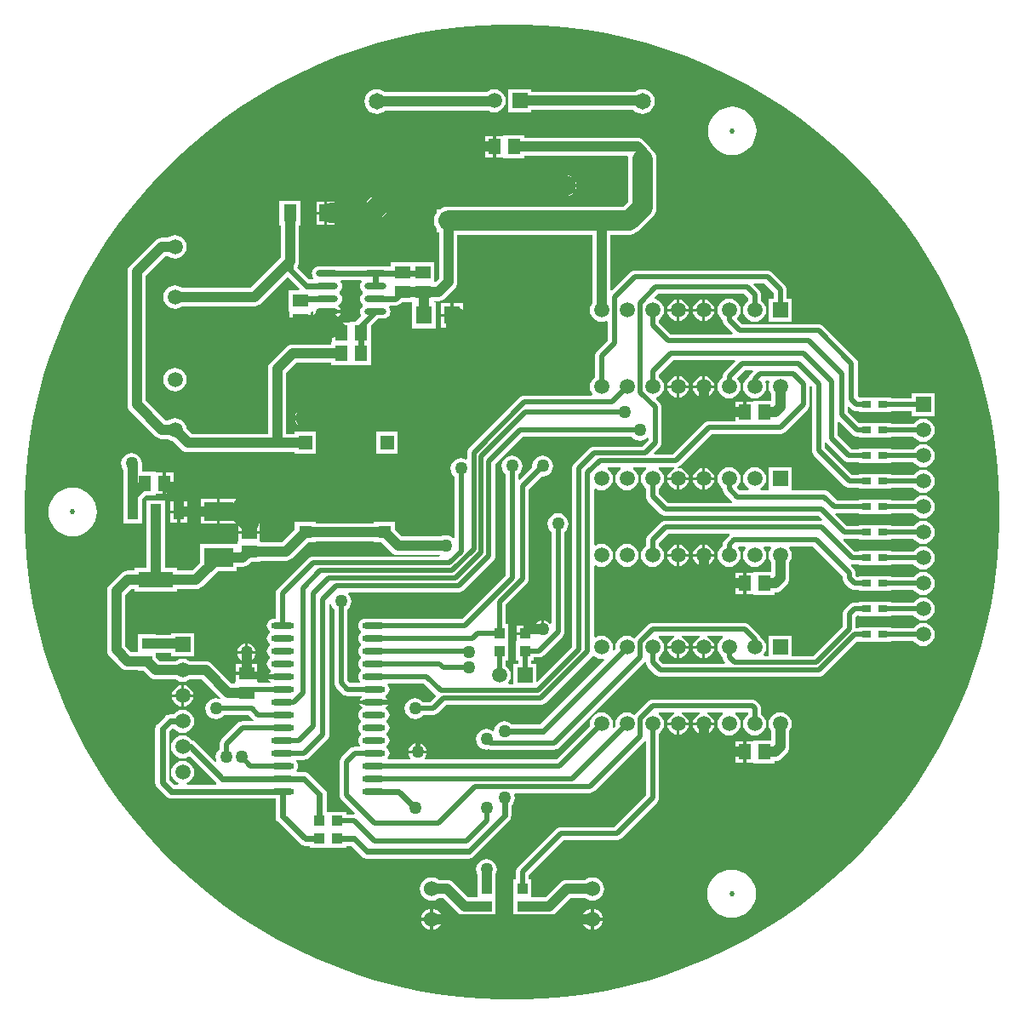
<source format=gtl>
%FSDAX23Y23*%
%MOIN*%
%SFA1B1*%

%IPPOS*%
%ADD10R,0.039400X0.043300*%
%ADD11R,0.059100X0.051200*%
%ADD12R,0.051200X0.059100*%
%ADD13R,0.043300X0.039400*%
%ADD14O,0.090600X0.023600*%
%ADD15R,0.049200X0.066900*%
%ADD16O,0.086600X0.023600*%
%ADD17R,0.063000X0.070900*%
%ADD18R,0.135800X0.061000*%
%ADD19R,0.043300X0.061000*%
%ADD20R,0.043300X0.061000*%
%ADD21R,0.114200X0.072800*%
%ADD22R,0.033500X0.027600*%
%ADD23C,0.019700*%
%ADD24C,0.078700*%
%ADD25C,0.039400*%
%ADD26C,0.023600*%
%ADD27C,0.060000*%
%ADD28C,0.059100*%
%ADD29R,0.059100X0.059100*%
%ADD30C,0.020600*%
%ADD31R,0.059100X0.059100*%
%ADD32C,0.059100*%
%ADD33R,0.059100X0.059100*%
%ADD34R,0.053100X0.053100*%
%ADD35C,0.053100*%
%ADD36C,0.049200*%
%ADD37R,0.049200X0.049200*%
%ADD38C,0.065000*%
%ADD39C,0.050000*%
%LNde-160516-1*%
%LPD*%
G36*
X03714Y05235D02*
X03797Y05228D01*
X03880Y05217*
X03962Y05203*
X04044Y05185*
X04124Y05163*
X04203Y05138*
X04282Y05110*
X04359Y05078*
X04434Y05042*
X04508Y05004*
X04580Y04962*
X04651Y04918*
X04719Y04870*
X04785Y04819*
X04849Y04765*
X04910Y04709*
X04969Y04650*
X05025Y04589*
X05079Y04525*
X05130Y04459*
X05178Y04391*
X05222Y04320*
X05264Y04248*
X05302Y04174*
X05338Y04099*
X05370Y04022*
X05398Y03943*
X05423Y03864*
X05445Y03784*
X05463Y03702*
X05477Y03620*
X05488Y03537*
X05495Y03454*
X05499Y03371*
Y03330*
Y03288*
X05495Y03205*
X05488Y03122*
X05477Y03039*
X05463Y02957*
X05445Y02876*
X05423Y02795*
X05398Y02716*
X05370Y02637*
X05338Y02560*
X05302Y02485*
X05264Y02411*
X05222Y02339*
X05178Y02268*
X05130Y02200*
X05079Y02134*
X05025Y02070*
X04969Y02009*
X04910Y01950*
X04849Y01894*
X04785Y01840*
X04719Y01789*
X04651Y01742*
X04580Y01697*
X04508Y01655*
X04434Y01617*
X04359Y01581*
X04282Y01550*
X04203Y01521*
X04124Y01496*
X04044Y01474*
X03962Y01456*
X03880Y01442*
X03797Y01431*
X03714Y01424*
X03631Y01420*
X03548*
X03465Y01424*
X03382Y01431*
X03299Y01442*
X03217Y01456*
X03136Y01474*
X03055Y01496*
X02976Y01521*
X02897Y01550*
X02820Y01581*
X02745Y01617*
X02671Y01655*
X02599Y01697*
X02528Y01742*
X02460Y01789*
X02394Y01840*
X02330Y01894*
X02269Y01950*
X02210Y02009*
X02154Y02070*
X02100Y02134*
X02049Y02200*
X02002Y02268*
X01957Y02339*
X01915Y02411*
X01877Y02485*
X01841Y02560*
X01810Y02637*
X01781Y02716*
X01756Y02795*
X01734Y02876*
X01716Y02957*
X01702Y03039*
X01691Y03122*
X01684Y03205*
X01680Y03288*
Y03330*
Y03371*
X01684Y03454*
X01691Y03537*
X01702Y03620*
X01716Y03702*
X01734Y03784*
X01756Y03864*
X01781Y03943*
X01810Y04022*
X01841Y04099*
X01877Y04174*
X01915Y04248*
X01957Y04320*
X02002Y04391*
X02049Y04459*
X02100Y04525*
X02154Y04589*
X02210Y04650*
X02269Y04709*
X02330Y04765*
X02394Y04819*
X02460Y04870*
X02528Y04918*
X02599Y04962*
X02671Y05004*
X02745Y05042*
X02820Y05078*
X02897Y05110*
X02976Y05138*
X03055Y05163*
X03136Y05185*
X03217Y05203*
X03299Y05217*
X03382Y05228*
X03465Y05235*
X03548Y05239*
X03631*
X03714Y05235*
G37*
%LNde-160516-2*%
%LPC*%
G36*
X03084Y03343D02*
X03054D01*
X03054Y03339*
X03058Y03330*
X03064Y03323*
X03071Y03317*
X03080Y03313*
X03084Y03313*
Y03343*
G37*
G36*
X02774D02*
X02744D01*
X02744Y03339*
X02748Y03330*
X02754Y03323*
X02761Y03317*
X02770Y03313*
X02774Y03313*
Y03343*
G37*
G36*
X02319Y03324D02*
X02291D01*
Y03287*
X02319*
Y03324*
G37*
G36*
X02816Y03343D02*
X02785D01*
Y03313*
X02789Y03313*
X02798Y03317*
X02806Y03323*
X02811Y03330*
X02815Y03339*
X02816Y03343*
G37*
G36*
X02279Y03372D02*
X02252D01*
Y03335*
X02279*
Y03372*
G37*
G36*
X02586Y03344D02*
X02555D01*
Y03313*
X02559Y03314*
X02568Y03317*
X02576Y03323*
X02582Y03331*
X02585Y03340*
X02586Y03344*
G37*
G36*
X03126Y03343D02*
X03095D01*
Y03313*
X03099Y03313*
X03108Y03317*
X03116Y03323*
X03121Y03330*
X03125Y03339*
X03126Y03343*
G37*
G36*
X02279Y03324D02*
X02252D01*
Y03287*
X02279*
Y03324*
G37*
G36*
X01869Y03424D02*
X01851Y03423D01*
X01833Y03417*
X01816Y03408*
X01802Y03397*
X01790Y03382*
X01781Y03366*
X01776Y03348*
X01774Y03330*
X01776Y03311*
X01781Y03293*
X01790Y03277*
X01802Y03262*
X01816Y03251*
X01833Y03242*
X01851Y03236*
X01869Y03235*
X01888Y03236*
X01905Y03242*
X01922Y03251*
X01936Y03262*
X01948Y03277*
X01957Y03293*
X01962Y03311*
X01964Y03330*
X01962Y03348*
X01957Y03366*
X01948Y03382*
X01936Y03397*
X01922Y03408*
X01905Y03417*
X01888Y03423*
X01869Y03424*
G37*
G36*
X04345Y03200D02*
Y03165D01*
X04380*
X04380Y03170*
X04376Y03180*
X04369Y03189*
X04360Y03196*
X04350Y03200*
X04345Y03200*
G37*
G36*
X04245D02*
Y03165D01*
X04280*
X04280Y03170*
X04276Y03180*
X04269Y03189*
X04260Y03196*
X04250Y03200*
X04245Y03200*
G37*
G36*
X02554Y03287D02*
X02518D01*
Y03255*
X02554*
Y03287*
G37*
G36*
X02508Y03326D02*
X02445D01*
Y03284*
X02508*
Y03326*
G37*
G36*
X02434D02*
X02371D01*
Y03284*
X02434*
Y03326*
G37*
G36*
X02601Y03287D02*
X02565D01*
Y03255*
X02601*
Y03287*
G37*
G36*
X02319Y03372D02*
X02291D01*
Y03335*
X02319*
Y03372*
G37*
G36*
X04334Y03454D02*
X04299D01*
X04299Y03449*
X04303Y03439*
X04310Y03430*
X04319Y03423*
X04329Y03419*
X04334Y03419*
Y03454*
G37*
G36*
X04234D02*
X04199D01*
X04199Y03449*
X04203Y03439*
X04210Y03430*
X04219Y03423*
X04229Y03419*
X04234Y03419*
Y03454*
G37*
G36*
X02264Y03436D02*
X02233D01*
Y03400*
X02264*
Y03436*
G37*
G36*
X04280Y03454D02*
X04245D01*
Y03419*
X04250Y03419*
X04260Y03423*
X04269Y03430*
X04276Y03439*
X04280Y03449*
X04280Y03454*
G37*
G36*
X04334Y03500D02*
X04329Y03500D01*
X04319Y03496*
X04310Y03489*
X04303Y03480*
X04299Y03470*
X04299Y03465*
X04334*
Y03500*
G37*
G36*
X02264Y03483D02*
X02233D01*
Y03448*
X02264*
Y03483*
G37*
G36*
X04380Y03454D02*
X04345D01*
Y03419*
X04350Y03419*
X04360Y03423*
X04369Y03430*
X04376Y03439*
X04380Y03449*
X04380Y03454*
G37*
G36*
X02100Y03561D02*
X02089Y03559D01*
X02079Y03555*
X02070Y03549*
X02064Y03540*
X02060Y03530*
X02058Y03520*
X02060Y03509*
X02064Y03499*
X02068Y03493*
Y03394*
Y03376*
X02067*
Y03283*
X02141*
Y03376*
X02142Y03381*
X02157Y03396*
X02193*
Y03400*
X02221*
Y03442*
Y03483*
X02193*
Y03487*
X02140*
Y03513*
X02141Y03520*
X02139Y03530*
X02135Y03540*
X02129Y03549*
X02120Y03555*
X02110Y03559*
X02100Y03561*
G37*
G36*
X03084Y03385D02*
X03080Y03384D01*
X03071Y03381*
X03064Y03375*
X03058Y03367*
X03054Y03358*
X03054Y03355*
X03084*
Y03385*
G37*
G36*
X02774D02*
X02770Y03384D01*
X02761Y03381*
X02754Y03375*
X02748Y03367*
X02744Y03358*
X02744Y03355*
X02774*
Y03385*
G37*
G36*
X02434Y03380D02*
X02371D01*
Y03338*
X02434*
Y03380*
G37*
G36*
X02785Y03385D02*
Y03355D01*
X02816*
X02815Y03358*
X02811Y03367*
X02806Y03375*
X02798Y03381*
X02789Y03384*
X02785Y03385*
G37*
G36*
X02544Y03386D02*
X02540Y03385D01*
X02531Y03382*
X02523Y03376*
X02517Y03368*
X02514Y03359*
X02513Y03357*
X02508Y03358*
Y03380*
X02445*
Y03338*
X02508*
Y03341*
X02513Y03342*
X02514Y03340*
X02517Y03331*
X02523Y03323*
X02531Y03317*
X02540Y03314*
X02544Y03313*
Y03350*
Y03386*
G37*
G36*
X02555D02*
Y03355D01*
X02586*
X02585Y03359*
X02582Y03368*
X02576Y03376*
X02568Y03382*
X02559Y03385*
X02555Y03386*
G37*
G36*
X03095Y03385D02*
Y03355D01*
X03126*
X03125Y03358*
X03121Y03367*
X03116Y03375*
X03108Y03381*
X03099Y03384*
X03095Y03385*
G37*
G36*
X04334Y03200D02*
X04329Y03200D01*
X04319Y03196*
X04310Y03189*
X04303Y03180*
X04299Y03170*
X04299Y03165*
X04334*
Y03200*
G37*
G36*
X04640Y02545D02*
X04628Y02544D01*
X04617Y02539*
X04607Y02532*
X04600Y02522*
X04595Y02511*
X04594Y02500*
X04595Y02488*
X04600Y02477*
X04604Y02472*
Y02435*
X04536*
Y02431*
X04508*
Y02390*
Y02348*
X04536*
Y02344*
X04618*
Y02354*
X04620*
X04629Y02355*
X04637Y02359*
X04645Y02364*
X04665Y02384*
X04671Y02392*
X04674Y02400*
X04675Y02410*
Y02472*
X04679Y02477*
X04684Y02488*
X04685Y02500*
X04684Y02511*
X04679Y02522*
X04672Y02532*
X04662Y02539*
X04651Y02544*
X04640Y02545*
G37*
G36*
X03490Y01971D02*
X03479Y01969D01*
X03469Y01965*
X03460Y01959*
X03454Y01950*
X03450Y01940*
X03448Y01930*
X03450Y01919*
X03454Y01909*
Y01853*
X03454Y01851*
Y01822*
X03418*
X03361Y01878*
X03354Y01884*
X03345Y01888*
X03336Y01889*
X03303*
X03298Y01893*
X03287Y01898*
X03275Y01899*
X03263Y01898*
X03252Y01893*
X03242Y01886*
X03235Y01876*
X03230Y01865*
X03228Y01853*
X03230Y01841*
X03235Y01830*
X03242Y01821*
X03252Y01813*
X03263Y01809*
X03275Y01807*
X03287Y01809*
X03298Y01813*
X03303Y01817*
X03321*
X03378Y01761*
X03385Y01755*
X03394Y01752*
X03403Y01750*
X03454*
Y01749*
X03525*
Y01784*
X03525Y01786*
X03525Y01788*
Y01816*
Y01851*
X03525Y01853*
Y01909*
X03529Y01919*
X03531Y01930*
X03529Y01940*
X03525Y01950*
X03519Y01959*
X03510Y01965*
X03500Y01969*
X03490Y01971*
G37*
G36*
X03280Y01776D02*
Y01741D01*
X03316*
X03315Y01746*
X03311Y01756*
X03304Y01765*
X03296Y01772*
X03286Y01776*
X03280Y01776*
G37*
G36*
X04496Y02384D02*
X04465D01*
Y02348*
X04496*
Y02384*
G37*
G36*
X03225Y02426D02*
Y02395D01*
X03256*
X03255Y02399*
X03252Y02408*
X03246Y02416*
X03238Y02422*
X03229Y02425*
X03225Y02426*
G37*
G36*
X03214D02*
X03210Y02425D01*
X03201Y02422*
X03193Y02416*
X03187Y02408*
X03184Y02399*
X03183Y02395*
X03214*
Y02426*
G37*
G36*
X04496Y02431D02*
X04465D01*
Y02395*
X04496*
Y02431*
G37*
G36*
X03269Y01776D02*
X03264Y01776D01*
X03254Y01772*
X03245Y01765*
X03238Y01756*
X03234Y01746*
X03233Y01741*
X03269*
Y01776*
G37*
G36*
X03316Y01729D02*
X03280D01*
Y01694*
X03286Y01694*
X03296Y01699*
X03304Y01705*
X03311Y01714*
X03315Y01724*
X03316Y01729*
G37*
G36*
X03269D02*
X03233D01*
X03234Y01724*
X03238Y01714*
X03245Y01705*
X03254Y01699*
X03264Y01694*
X03269Y01694*
Y01729*
G37*
G36*
X03899D02*
X03863D01*
X03864Y01724*
X03868Y01714*
X03875Y01705*
X03883Y01699*
X03894Y01694*
X03899Y01694*
Y01729*
G37*
G36*
X03946D02*
X03910D01*
Y01694*
X03915Y01694*
X03926Y01699*
X03934Y01705*
X03941Y01714*
X03945Y01724*
X03946Y01729*
G37*
G36*
X03910Y01776D02*
Y01741D01*
X03946*
X03945Y01746*
X03941Y01756*
X03934Y01765*
X03926Y01772*
X03915Y01776*
X03910Y01776*
G37*
G36*
X03899D02*
X03894Y01776D01*
X03883Y01772*
X03875Y01765*
X03868Y01756*
X03864Y01746*
X03863Y01741*
X03899*
Y01776*
G37*
G36*
X04450Y01929D02*
X04431Y01928D01*
X04413Y01922*
X04397Y01913*
X04382Y01902*
X04371Y01887*
X04362Y01871*
X04356Y01853*
X04355Y01835*
X04356Y01816*
X04362Y01798*
X04371Y01782*
X04382Y01767*
X04397Y01756*
X04413Y01747*
X04431Y01741*
X04450Y01740*
X04468Y01741*
X04486Y01747*
X04502Y01756*
X04517Y01767*
X04528Y01782*
X04537Y01798*
X04543Y01816*
X04544Y01835*
X04543Y01853*
X04537Y01871*
X04528Y01887*
X04517Y01902*
X04502Y01913*
X04486Y01922*
X04468Y01928*
X04450Y01929*
G37*
G36*
X04234Y02494D02*
X04199D01*
X04199Y02489*
X04203Y02479*
X04210Y02470*
X04219Y02463*
X04229Y02459*
X04234Y02459*
Y02494*
G37*
G36*
Y03154D02*
X04199D01*
X04199Y03149*
X04203Y03139*
X04210Y03130*
X04219Y03123*
X04229Y03119*
X04234Y03119*
Y03154*
G37*
G36*
X04040Y03205D02*
X04028Y03204D01*
X04017Y03199*
X04007Y03192*
X04000Y03182*
X03995Y03171*
X03994Y03160*
X03995Y03148*
X04000Y03137*
X04007Y03127*
X04017Y03120*
X04028Y03115*
X04040Y03114*
X04051Y03115*
X04062Y03120*
X04072Y03127*
X04079Y03137*
X04084Y03148*
X04085Y03160*
X04084Y03171*
X04079Y03182*
X04072Y03192*
X04062Y03199*
X04051Y03204*
X04040Y03205*
G37*
G36*
X04496Y03091D02*
X04465D01*
Y03055*
X04496*
Y03091*
G37*
G36*
X04334Y03154D02*
X04299D01*
X04299Y03149*
X04303Y03139*
X04310Y03130*
X04319Y03123*
X04329Y03119*
X04334Y03119*
Y03154*
G37*
G36*
X04234Y03200D02*
X04229Y03200D01*
X04219Y03196*
X04210Y03189*
X04203Y03180*
X04199Y03170*
X04199Y03165*
X04234*
Y03200*
G37*
G36*
X04380Y03154D02*
X04345D01*
Y03119*
X04350Y03119*
X04360Y03123*
X04369Y03130*
X04376Y03139*
X04380Y03149*
X04380Y03154*
G37*
G36*
X04280D02*
X04245D01*
Y03119*
X04250Y03119*
X04260Y03123*
X04269Y03130*
X04276Y03139*
X04280Y03149*
X04280Y03154*
G37*
G36*
X04496Y03044D02*
X04465D01*
Y03008*
X04496*
Y03044*
G37*
G36*
X04380Y02494D02*
X04345D01*
Y02459*
X04350Y02459*
X04360Y02463*
X04369Y02470*
X04376Y02479*
X04380Y02489*
X04380Y02494*
G37*
G36*
X04280D02*
X04245D01*
Y02459*
X04250Y02459*
X04260Y02463*
X04269Y02470*
X04276Y02479*
X04280Y02489*
X04280Y02494*
G37*
G36*
X04334D02*
X04299D01*
X04299Y02489*
X04303Y02479*
X04310Y02470*
X04319Y02463*
X04329Y02459*
X04334Y02459*
Y02494*
G37*
G36*
X02294Y02604D02*
X02259D01*
X02259Y02599*
X02263Y02589*
X02270Y02580*
X02279Y02573*
X02289Y02569*
X02294Y02569*
Y02604*
G37*
G36*
X02305Y02650D02*
Y02615D01*
X02340*
X02340Y02620*
X02336Y02630*
X02329Y02639*
X02320Y02646*
X02310Y02650*
X02305Y02650*
G37*
G36*
X02294D02*
X02289Y02650D01*
X02279Y02646*
X02270Y02639*
X02263Y02630*
X02259Y02620*
X02259Y02615*
X02294*
Y02650*
G37*
G36*
X02340Y02604D02*
X02305D01*
Y02569*
X02310Y02569*
X02320Y02573*
X02329Y02580*
X02336Y02589*
X02340Y02599*
X02340Y02604*
G37*
G36*
X03638Y04805D02*
X03556D01*
Y04801*
X03528*
Y04760*
Y04718*
X03556*
Y04714*
X03638*
Y04724*
X04042*
X04045Y04720*
X04044Y04710*
Y04545*
X04025Y04526*
X03340*
X03325Y04524*
X03312Y04519*
X03308Y04516*
X03294*
Y04502*
X03291Y04498*
X03286Y04485*
X03284Y04471*
X03286Y04456*
X03291Y04443*
X03294Y04439*
Y04425*
X03304*
Y04244*
X03290Y04230*
X03285Y04232*
Y04308*
X03114*
Y04292*
X02834*
X02826Y04291*
X02820Y04289*
X02814Y04284*
X02809Y04278*
X02807Y04272*
X02806Y04265*
X02807Y04257*
X02809Y04251*
X02812Y04247*
X02810Y04242*
X02796*
X02749Y04289*
X02751Y04292*
X02754Y04300*
X02755Y04310*
Y04450*
X02760*
Y04549*
X02679*
Y04450*
X02684*
Y04324*
X02566Y04207*
X02297*
X02292Y04211*
X02281Y04215*
X02270Y04217*
X02258Y04215*
X02247Y04211*
X02237Y04203*
X02230Y04194*
X02225Y04183*
X02224Y04171*
X02225Y04159*
X02230Y04148*
X02237Y04139*
X02247Y04132*
X02258Y04127*
X02270Y04125*
X02281Y04127*
X02292Y04132*
X02297Y04135*
X02581*
X02590Y04137*
X02599Y04140*
X02607Y04146*
X02710Y04250*
X02757Y04203*
X02755Y04198*
X02714*
Y04116*
X02718*
Y04088*
X02760*
X02801*
Y04112*
X02805Y04115*
X02810Y04113*
X02810Y04112*
X02810Y04112*
X02811Y04105*
X02817Y04098*
X02824Y04092*
X02834Y04090*
X02859*
Y04115*
X02865*
Y04120*
X02919*
X02919Y04124*
X02914Y04132*
X02909Y04135*
X02910Y04140*
X02910Y04140*
X02916Y04145*
X02921Y04151*
X02923Y04157*
X02924Y04165*
X02923Y04172*
X02921Y04178*
X02916Y04184*
X02913Y04186*
Y04193*
X02916Y04195*
X02921Y04201*
X02923Y04207*
X02924Y04215*
X02923Y04222*
X02921Y04228*
X02918Y04232*
X02921Y04237*
X02999*
X03001Y04232*
X02998Y04228*
X02996Y04222*
X02995Y04215*
X02996Y04207*
X02998Y04201*
X03003Y04195*
X03006Y04193*
Y04186*
X03003Y04184*
X02998Y04178*
X02996Y04172*
X02995Y04165*
X02996Y04157*
X02998Y04151*
X03003Y04145*
X03006Y04143*
Y04136*
X03003Y04134*
X02998Y04128*
X02996Y04122*
X02995Y04115*
X02996Y04107*
X02998Y04101*
X02999Y04099*
X02977Y04077*
X02976Y04075*
X02956*
Y04071*
X02928*
Y04030*
X02922*
Y04024*
X02885*
Y03995*
X02881*
Y03985*
X02730*
X02720Y03984*
X02712Y03981*
X02704Y03975*
X02644Y03915*
X02639Y03907*
X02635Y03899*
X02634Y03890*
Y03636*
X02335*
X02314Y03657*
X02314Y03663*
X02309Y03674*
X02302Y03683*
X02292Y03691*
X02281Y03695*
X02270Y03697*
X02258Y03695*
X02247Y03691*
X02242Y03687*
X02233*
X02155Y03764*
Y04255*
X02233Y04332*
X02242*
X02247Y04328*
X02258Y04324*
X02270Y04322*
X02281Y04324*
X02292Y04328*
X02302Y04336*
X02309Y04345*
X02314Y04356*
X02315Y04368*
X02314Y04380*
X02309Y04391*
X02302Y04400*
X02292Y04408*
X02281Y04412*
X02270Y04414*
X02258Y04412*
X02247Y04408*
X02242Y04404*
X02218*
X02209Y04402*
X02200Y04399*
X02193Y04393*
X02094Y04295*
X02089Y04287*
X02085Y04279*
X02084Y04270*
Y03750*
X02085Y03740*
X02089Y03732*
X02094Y03724*
X02193Y03626*
X02200Y03620*
X02209Y03617*
X02218Y03615*
X02242*
X02247Y03612*
X02258Y03607*
X02264Y03606*
X02295Y03575*
X02302Y03569*
X02311Y03566*
X02320Y03565*
X02737*
Y03558*
X02822*
Y03643*
X02737*
Y03636*
X02705*
Y03875*
X02744Y03914*
X02881*
Y03904*
X03038*
Y03984*
Y04059*
X03066Y04087*
X03086*
X03093Y04088*
X03099Y04090*
X03105Y04095*
X03110Y04101*
X03112Y04107*
X03113Y04115*
X03112Y04122*
X03110Y04128*
X03107Y04132*
X03110Y04137*
X03132*
X03139Y04138*
X03146Y04140*
X03152Y04145*
X03158Y04151*
X03192*
X03197Y04151*
Y04048*
X03292*
Y04151*
X03290*
X03285Y04151*
Y04156*
X03302*
X03311Y04158*
X03320Y04161*
X03327Y04167*
X03365Y04204*
X03371Y04212*
X03374Y04220*
X03375Y04230*
Y04415*
X03904*
Y04147*
X03900Y04142*
X03895Y04131*
X03894Y04120*
X03895Y04108*
X03900Y04097*
X03907Y04087*
X03917Y04080*
X03928Y04075*
X03940Y04074*
X03951Y04075*
X03959Y04079*
X03964Y04075*
Y04001*
X03921Y03958*
X03917Y03952*
X03915Y03946*
X03914Y03940*
Y03857*
X03907Y03852*
X03900Y03842*
X03895Y03831*
X03894Y03820*
X03895Y03808*
X03900Y03797*
X03905Y03790*
X03902Y03785*
X03638*
X03631Y03784*
X03625Y03782*
X03619Y03778*
X03421Y03580*
X03417Y03574*
X03415Y03568*
X03414Y03562*
Y03538*
X03409Y03536*
X03400Y03539*
X03390Y03541*
X03379Y03539*
X03369Y03535*
X03360Y03529*
X03354Y03520*
X03350Y03510*
X03348Y03500*
X03350Y03489*
X03354Y03479*
X03360Y03470*
X03364Y03468*
Y03227*
X03359Y03226*
X03359Y03226*
X03350Y03233*
X03340Y03237*
X03330Y03238*
X03319Y03237*
X03309Y03233*
X03158*
X03130Y03261*
Y03291*
X03049*
Y03286*
X02820*
Y03291*
X02739*
Y03261*
X02689Y03210*
X02605*
Y03216*
X02601*
Y03243*
X02518*
Y03216*
X02514*
Y03208*
X02512Y03203*
X02367*
Y03129*
X02337Y03100*
X02278*
Y03110*
X02230*
Y03283*
X02232*
Y03376*
X02157*
Y03283*
X02159*
Y03110*
X02111*
Y03100*
X02084*
X02075Y03098*
X02066Y03095*
X02059Y03089*
X02014Y03045*
X02009Y03037*
X02005Y03029*
X02004Y03020*
Y02790*
X02005Y02780*
X02009Y02772*
X02014Y02764*
X02058Y02721*
X02065Y02715*
X02074Y02712*
X02083Y02710*
X02124*
Y02709*
X02146*
X02171Y02684*
X02178Y02679*
X02187Y02675*
X02196Y02674*
X02272*
X02277Y02670*
X02288Y02665*
X02300Y02664*
X02311Y02665*
X02322Y02670*
X02327Y02674*
X02375*
X02447Y02602*
X02444Y02598*
X02440Y02599*
X02430Y02601*
X02419Y02599*
X02409Y02595*
X02400Y02589*
X02394Y02580*
X02390Y02570*
X02388Y02560*
X02390Y02549*
X02394Y02539*
X02400Y02530*
X02409Y02524*
X02419Y02520*
X02430Y02518*
X02440Y02520*
X02450Y02524*
X02459Y02530*
X02461Y02534*
X02559*
X02576Y02516*
X02578Y02515*
X02576Y02510*
X02535*
X02528Y02509*
X02522Y02507*
X02516Y02503*
X02451Y02438*
X02447Y02432*
X02445Y02426*
X02444Y02420*
Y02401*
X02440Y02399*
X02434Y02390*
X02430Y02380*
X02428Y02370*
X02430Y02359*
X02432Y02353*
X02428Y02350*
X02349Y02429*
X02343Y02434*
X02337Y02436*
X02336Y02437*
X02332Y02442*
X02322Y02449*
X02311Y02454*
X02300Y02455*
X02288Y02454*
X02277Y02449*
X02267Y02442*
X02260Y02432*
X02255Y02421*
X02254Y02410*
X02255Y02398*
X02260Y02387*
X02267Y02377*
X02277Y02370*
X02288Y02365*
X02300Y02364*
X02311Y02365*
X02322Y02370*
X02327Y02373*
X02432Y02267*
X02430Y02262*
X02317*
X02316Y02267*
X02322Y02270*
X02332Y02277*
X02339Y02287*
X02344Y02298*
X02345Y02310*
X02344Y02321*
X02339Y02332*
X02332Y02342*
X02322Y02349*
X02311Y02354*
X02300Y02355*
X02288Y02354*
X02277Y02349*
X02267Y02342*
X02260Y02332*
X02255Y02321*
X02254Y02310*
X02255Y02298*
X02260Y02287*
X02267Y02277*
X02277Y02270*
X02283Y02267*
X02282Y02262*
X02266*
X02247Y02281*
Y02468*
X02259Y02480*
X02265Y02480*
X02267Y02477*
X02277Y02470*
X02288Y02465*
X02300Y02464*
X02311Y02465*
X02322Y02470*
X02332Y02477*
X02339Y02487*
X02344Y02498*
X02345Y02510*
X02344Y02521*
X02339Y02532*
X02332Y02542*
X02322Y02549*
X02311Y02554*
X02300Y02555*
X02288Y02554*
X02277Y02549*
X02267Y02542*
X02264Y02537*
X02250*
X02242Y02536*
X02236Y02534*
X02230Y02529*
X02200Y02499*
X02195Y02493*
X02193Y02487*
X02192Y02480*
Y02270*
X02193Y02262*
X02195Y02256*
X02200Y02250*
X02235Y02215*
X02241Y02210*
X02247Y02208*
X02255Y02207*
X02663*
Y02139*
X02664Y02131*
X02666Y02125*
X02671Y02119*
X02760Y02030*
X02766Y02025*
X02772Y02023*
X02780Y02022*
X02799*
Y02014*
X02940*
Y02022*
X02958*
X03000Y01980*
X03006Y01975*
X03012Y01973*
X03020Y01972*
X03420*
X03427Y01973*
X03433Y01975*
X03439Y01980*
X03579Y02120*
X03584Y02126*
X03586Y02132*
X03587Y02140*
Y02180*
X03589Y02180*
X03595Y02189*
X03599Y02199*
X03601Y02210*
X03599Y02220*
X03597Y02225*
X03600Y02229*
X03895*
X03902Y02230*
X03908Y02233*
X03913Y02237*
X04108Y02432*
X04109Y02432*
X04114Y02431*
Y02220*
X03989Y02095*
X03780*
X03773Y02094*
X03767Y02092*
X03761Y02088*
X03611Y01938*
X03607Y01932*
X03605Y01926*
X03604Y01920*
Y01890*
X03594*
Y01816*
Y01788*
X03594Y01786*
X03594Y01784*
Y01749*
X03665*
Y01750*
X03736*
X03745Y01752*
X03754Y01755*
X03761Y01761*
X03818Y01817*
X03876*
X03881Y01813*
X03893Y01809*
X03905Y01807*
X03916Y01809*
X03928Y01813*
X03937Y01821*
X03944Y01830*
X03949Y01841*
X03951Y01853*
X03949Y01865*
X03944Y01876*
X03937Y01886*
X03928Y01893*
X03916Y01898*
X03905Y01899*
X03893Y01898*
X03881Y01893*
X03876Y01889*
X03803*
X03794Y01888*
X03785Y01884*
X03778Y01878*
X03721Y01822*
X03665*
Y01890*
X03655*
Y01909*
X03790Y02044*
X04000*
X04006Y02045*
X04012Y02047*
X04018Y02051*
X04158Y02191*
X04162Y02197*
X04164Y02203*
X04165Y02210*
Y02462*
X04172Y02467*
X04179Y02477*
X04184Y02488*
X04185Y02500*
X04184Y02511*
X04179Y02522*
X04172Y02532*
X04163Y02539*
Y02540*
X04164Y02544*
X04225*
X04226Y02539*
X04219Y02536*
X04210Y02529*
X04203Y02520*
X04199Y02510*
X04199Y02505*
X04240*
X04280*
X04280Y02510*
X04276Y02520*
X04269Y02529*
X04260Y02536*
X04253Y02539*
X04254Y02544*
X04325*
X04326Y02539*
X04319Y02536*
X04310Y02529*
X04303Y02520*
X04299Y02510*
X04299Y02505*
X04340*
X04380*
X04380Y02510*
X04376Y02520*
X04369Y02529*
X04360Y02536*
X04353Y02539*
X04354Y02544*
X04415*
X04416Y02540*
Y02539*
X04407Y02532*
X04400Y02522*
X04395Y02511*
X04394Y02500*
X04395Y02488*
X04400Y02477*
X04407Y02467*
X04417Y02460*
X04428Y02455*
X04440Y02454*
X04451Y02455*
X04462Y02460*
X04472Y02467*
X04479Y02477*
X04484Y02488*
X04485Y02500*
X04484Y02511*
X04479Y02522*
X04472Y02532*
X04463Y02539*
Y02540*
X04464Y02544*
X04514*
Y02537*
X04507Y02532*
X04500Y02522*
X04495Y02511*
X04494Y02500*
X04495Y02488*
X04500Y02477*
X04507Y02467*
X04517Y02460*
X04528Y02455*
X04540Y02454*
X04551Y02455*
X04562Y02460*
X04572Y02467*
X04579Y02477*
X04584Y02488*
X04585Y02500*
X04584Y02511*
X04579Y02522*
X04572Y02532*
X04565Y02537*
Y02560*
X04564Y02566*
X04562Y02572*
X04558Y02578*
X04548Y02588*
X04542Y02592*
X04536Y02594*
X04530Y02595*
X04140*
X04133Y02594*
X04127Y02592*
X04121Y02588*
X04072Y02538*
X04069Y02534*
X04062Y02539*
X04051Y02544*
X04040Y02545*
X04028Y02544*
X04017Y02539*
X04007Y02532*
X04000Y02522*
X03995Y02511*
X03994Y02500*
X03995Y02491*
X03988Y02484*
X03983Y02487*
X03984Y02488*
X03985Y02500*
X03984Y02511*
X03979Y02522*
X03972Y02532*
X03962Y02539*
X03951Y02544*
X03940Y02545*
X03928Y02544*
X03917Y02539*
X03907Y02532*
X03900Y02522*
X03895Y02511*
X03894Y02500*
X03895Y02491*
X03764Y02360*
X03250*
X03247Y02365*
X03252Y02371*
X03255Y02380*
X03256Y02384*
X03183*
X03184Y02380*
X03187Y02371*
X03192Y02365*
X03189Y02360*
X03104*
X03103Y02363*
X03102Y02365*
X03106Y02371*
X03109Y02377*
X03110Y02385*
X03109Y02392*
X03106Y02398*
X03102Y02404*
X03099Y02406*
Y02413*
X03102Y02415*
X03106Y02421*
X03109Y02427*
X03110Y02435*
X03109Y02442*
X03106Y02448*
X03102Y02454*
X03099Y02456*
Y02463*
X03102Y02465*
X03106Y02471*
X03109Y02477*
X03110Y02485*
X03109Y02492*
X03106Y02498*
X03102Y02504*
X03099Y02506*
Y02513*
X03102Y02515*
X03106Y02521*
X03109Y02527*
X03110Y02535*
X03109Y02542*
X03106Y02548*
X03102Y02554*
X03096Y02559*
X03095Y02559*
X03095Y02565*
X03099Y02568*
X03104Y02575*
X03105Y02579*
X03049*
X02992*
X02993Y02575*
X02998Y02568*
X03003Y02565*
X03002Y02559*
X03001Y02559*
X02996Y02554*
X02991Y02548*
X02988Y02542*
X02987Y02535*
X02988Y02527*
X02991Y02521*
X02996Y02515*
X02998Y02513*
Y02506*
X02996Y02504*
X02991Y02498*
X02988Y02492*
X02987Y02485*
X02988Y02477*
X02991Y02471*
X02996Y02465*
X02998Y02463*
Y02456*
X02996Y02454*
X02991Y02448*
X02988Y02442*
X02987Y02435*
X02988Y02427*
X02991Y02421*
X02995Y02415*
X02995Y02413*
X02993Y02410*
X02975*
X02968Y02409*
X02962Y02407*
X02956Y02403*
X02921Y02368*
X02917Y02362*
X02915Y02356*
X02914Y02350*
Y02220*
X02915Y02213*
X02917Y02207*
X02921Y02201*
X02973Y02150*
X02970Y02145*
X02970Y02145*
X02940*
Y02155*
X02864*
Y02223*
X02863Y02230*
X02860Y02237*
X02856Y02243*
X02794Y02304*
X02788Y02309*
X02782Y02311*
X02775Y02312*
X02748*
X02745Y02317*
X02748Y02321*
X02751Y02327*
X02752Y02335*
X02751Y02342*
X02748Y02348*
X02744Y02354*
X02744Y02356*
X02746Y02359*
X02775*
X02781Y02360*
X02787Y02362*
X02793Y02366*
X02867Y02441*
X02871Y02446*
X02874Y02452*
X02875Y02459*
Y02969*
X02880Y02970*
X02880Y02969*
X02884Y02959*
X02890Y02950*
X02894Y02948*
Y02660*
X02895Y02653*
X02897Y02647*
X02901Y02641*
X02926Y02616*
X02932Y02612*
X02938Y02610*
X02945Y02609*
X03000*
X03001Y02604*
X02998Y02602*
X02993Y02594*
X02992Y02590*
X03049*
X03105*
X03104Y02594*
X03099Y02602*
X03095Y02605*
X03095Y02610*
X03096Y02610*
X03102Y02615*
X03106Y02621*
X03109Y02627*
X03110Y02635*
X03109Y02642*
X03106Y02648*
X03102Y02654*
X03103Y02656*
X03104Y02659*
X03244*
X03291Y02611*
X03292Y02608*
X03269Y02585*
X03241*
X03239Y02589*
X03230Y02595*
X03220Y02599*
X03210Y02601*
X03199Y02599*
X03189Y02595*
X03180Y02589*
X03174Y02580*
X03170Y02570*
X03168Y02560*
X03170Y02549*
X03174Y02539*
X03180Y02530*
X03189Y02524*
X03199Y02520*
X03210Y02518*
X03220Y02520*
X03230Y02524*
X03239Y02530*
X03241Y02534*
X03280*
X03286Y02535*
X03292Y02537*
X03298Y02541*
X03331Y02574*
X03702*
X03709Y02575*
X03715Y02578*
X03720Y02582*
X03903Y02765*
X03907Y02767*
X03917Y02760*
X03928Y02755*
X03940Y02754*
X03949Y02755*
X03951Y02750*
X03698Y02497*
X03590*
X03589Y02499*
X03580Y02505*
X03570Y02509*
X03560Y02511*
X03549Y02509*
X03539Y02505*
X03530Y02499*
X03524Y02490*
X03520Y02480*
X03519Y02475*
X03514Y02472*
X03510Y02475*
X03500Y02479*
X03490Y02481*
X03479Y02479*
X03469Y02475*
X03460Y02469*
X03454Y02460*
X03450Y02450*
X03448Y02440*
X03450Y02429*
X03454Y02419*
X03460Y02410*
X03469Y02404*
X03479Y02400*
X03490Y02398*
X03499Y02400*
X03504Y02399*
X03755*
X03761Y02400*
X03768Y02402*
X03773Y02406*
X04108Y02742*
X04109Y02742*
X04114Y02741*
Y02740*
X04115Y02733*
X04117Y02727*
X04121Y02721*
X04151Y02691*
X04157Y02687*
X04163Y02685*
X04170Y02684*
X04792*
X04798Y02685*
X04804Y02687*
X04810Y02691*
X04942Y02823*
X04947Y02822*
Y02820*
X05073*
Y02824*
X05162*
X05167Y02817*
X05177Y02810*
X05188Y02805*
X05200Y02804*
X05211Y02805*
X05222Y02810*
X05232Y02817*
X05239Y02827*
X05244Y02838*
X05245Y02850*
X05244Y02861*
X05239Y02872*
X05232Y02882*
X05222Y02889*
X05211Y02894*
X05200Y02895*
X05188Y02894*
X05177Y02889*
X05167Y02882*
X05162Y02875*
X05073*
Y02879*
X04947*
Y02875*
X04935*
Y02919*
X04940Y02924*
X04947*
Y02920*
X05073*
Y02924*
X05162*
X05167Y02917*
X05177Y02910*
X05188Y02905*
X05200Y02904*
X05211Y02905*
X05222Y02910*
X05232Y02917*
X05239Y02927*
X05244Y02938*
X05245Y02950*
X05244Y02961*
X05239Y02972*
X05232Y02982*
X05222Y02989*
X05211Y02994*
X05200Y02995*
X05188Y02994*
X05177Y02989*
X05167Y02982*
X05162Y02975*
X05073*
Y02979*
X04947*
Y02975*
X04930*
X04923Y02974*
X04917Y02972*
X04911Y02968*
X04891Y02948*
X04887Y02942*
X04885Y02936*
X04884Y02930*
Y02880*
X04769Y02765*
X04685*
Y02845*
X04594*
Y02765*
X04577*
X04574Y02770*
X04579Y02777*
X04584Y02788*
X04585Y02800*
X04584Y02811*
X04579Y02822*
X04572Y02832*
X04564Y02838*
X04562Y02842*
X04558Y02848*
X04518Y02888*
X04512Y02892*
X04506Y02894*
X04500Y02895*
X04140*
X04133Y02894*
X04127Y02892*
X04121Y02888*
X04072Y02838*
X04069Y02834*
X04062Y02839*
X04051Y02844*
X04040Y02845*
X04028Y02844*
X04017Y02839*
X04007Y02832*
X04000Y02822*
X03995Y02811*
X03994Y02800*
X03995Y02794*
X03989Y02788*
X03984Y02790*
X03985Y02800*
X03984Y02811*
X03979Y02822*
X03972Y02832*
X03962Y02839*
X03951Y02844*
X03940Y02845*
X03928Y02844*
X03917Y02839*
X03917Y02839*
X03912Y02841*
Y03118*
X03917Y03120*
X03917Y03120*
X03928Y03115*
X03940Y03114*
X03951Y03115*
X03962Y03120*
X03972Y03127*
X03979Y03137*
X03984Y03148*
X03985Y03160*
X03984Y03171*
X03979Y03182*
X03972Y03192*
X03962Y03199*
X03951Y03204*
X03940Y03205*
X03928Y03204*
X03917Y03199*
X03917Y03199*
X03912Y03201*
Y03418*
X03917Y03420*
X03917Y03420*
X03928Y03415*
X03940Y03414*
X03951Y03415*
X03962Y03420*
X03972Y03427*
X03979Y03437*
X03984Y03448*
X03985Y03460*
X03984Y03471*
X03979Y03482*
X03972Y03492*
X03963Y03499*
Y03500*
X03964Y03504*
X04015*
X04016Y03500*
Y03499*
X04007Y03492*
X04000Y03482*
X03995Y03471*
X03994Y03460*
X03995Y03448*
X04000Y03437*
X04007Y03427*
X04017Y03420*
X04028Y03415*
X04040Y03414*
X04051Y03415*
X04062Y03420*
X04072Y03427*
X04079Y03437*
X04084Y03448*
X04085Y03460*
X04084Y03471*
X04079Y03482*
X04072Y03492*
X04063Y03499*
Y03500*
X04064Y03504*
X04115*
X04116Y03500*
Y03499*
X04107Y03492*
X04100Y03482*
X04095Y03471*
X04094Y03460*
X04095Y03448*
X04100Y03437*
X04107Y03427*
X04114Y03422*
Y03390*
X04115Y03383*
X04117Y03377*
X04121Y03371*
X04171Y03321*
X04177Y03317*
X04183Y03315*
X04190Y03314*
X04789*
X04803Y03300*
X04800Y03295*
X04800Y03295*
X04190*
X04183Y03294*
X04177Y03292*
X04171Y03288*
X04121Y03238*
X04117Y03232*
X04115Y03226*
X04114Y03220*
Y03197*
X04107Y03192*
X04100Y03182*
X04095Y03171*
X04094Y03160*
X04095Y03148*
X04100Y03137*
X04107Y03127*
X04117Y03120*
X04128Y03115*
X04140Y03114*
X04151Y03115*
X04162Y03120*
X04172Y03127*
X04179Y03137*
X04184Y03148*
X04185Y03160*
X04184Y03171*
X04179Y03182*
X04172Y03192*
X04165Y03197*
Y03209*
X04200Y03244*
X04441*
X04442Y03239*
X04441Y03238*
X04421Y03218*
X04417Y03213*
X04415Y03207*
X04414Y03200*
Y03197*
X04407Y03192*
X04400Y03182*
X04395Y03171*
X04394Y03160*
X04395Y03148*
X04400Y03137*
X04407Y03127*
X04417Y03120*
X04428Y03115*
X04440Y03114*
X04451Y03115*
X04462Y03120*
X04472Y03127*
X04479Y03137*
X04484Y03148*
X04485Y03160*
X04484Y03171*
X04479Y03182*
X04474Y03189*
X04477Y03194*
X04502*
X04505Y03189*
X04500Y03182*
X04495Y03171*
X04494Y03160*
X04495Y03148*
X04500Y03137*
X04507Y03127*
X04517Y03120*
X04528Y03115*
X04540Y03114*
X04551Y03115*
X04562Y03120*
X04572Y03127*
X04579Y03137*
X04584Y03148*
X04585Y03160*
X04584Y03171*
X04579Y03182*
X04574Y03189*
X04577Y03194*
X04602*
X04605Y03189*
X04600Y03182*
X04595Y03171*
X04594Y03160*
X04595Y03148*
X04600Y03137*
X04604Y03132*
Y03095*
X04536*
Y03091*
X04508*
Y03050*
Y03008*
X04536*
Y03004*
X04618*
Y03014*
X04620*
X04629Y03015*
X04637Y03019*
X04645Y03024*
X04665Y03044*
X04671Y03052*
X04674Y03060*
X04675Y03070*
Y03132*
X04679Y03137*
X04684Y03148*
X04685Y03160*
X04684Y03171*
X04679Y03182*
X04674Y03189*
X04677Y03194*
X04769*
X04884Y03079*
Y03070*
X04885Y03063*
X04887Y03057*
X04891Y03051*
X04911Y03031*
X04917Y03027*
X04923Y03025*
X04930Y03024*
X04947*
Y03020*
X05073*
Y03024*
X05162*
X05167Y03017*
X05177Y03010*
X05188Y03005*
X05200Y03004*
X05211Y03005*
X05222Y03010*
X05232Y03017*
X05239Y03027*
X05244Y03038*
X05245Y03050*
X05244Y03061*
X05239Y03072*
X05232Y03082*
X05222Y03089*
X05211Y03094*
X05200Y03095*
X05188Y03094*
X05177Y03089*
X05167Y03082*
X05162Y03075*
X05073*
Y03079*
X04947*
Y03075*
X04940*
X04935Y03080*
Y03090*
X04934Y03096*
X04932Y03102*
X04928Y03108*
X04917Y03119*
X04919Y03124*
X04920Y03124*
X04947*
Y03120*
X05073*
Y03124*
X05162*
X05167Y03117*
X05177Y03110*
X05188Y03105*
X05200Y03104*
X05211Y03105*
X05222Y03110*
X05232Y03117*
X05239Y03127*
X05244Y03138*
X05245Y03150*
X05244Y03161*
X05239Y03172*
X05232Y03182*
X05222Y03189*
X05211Y03194*
X05200Y03195*
X05188Y03194*
X05177Y03189*
X05167Y03182*
X05162Y03175*
X05073*
Y03179*
X04947*
Y03175*
X04930*
X04887Y03219*
X04889Y03224*
X04890Y03224*
X04947*
Y03220*
X05073*
Y03224*
X05162*
X05167Y03217*
X05177Y03210*
X05188Y03205*
X05200Y03204*
X05211Y03205*
X05222Y03210*
X05232Y03217*
X05239Y03227*
X05244Y03238*
X05245Y03250*
X05244Y03261*
X05239Y03272*
X05232Y03282*
X05222Y03289*
X05211Y03294*
X05200Y03295*
X05188Y03294*
X05177Y03289*
X05167Y03282*
X05162Y03275*
X05073*
Y03279*
X04947*
Y03275*
X04900*
X04856Y03319*
X04858Y03324*
X04947*
Y03320*
X05073*
Y03324*
X05162*
X05167Y03317*
X05177Y03310*
X05188Y03305*
X05200Y03304*
X05211Y03305*
X05222Y03310*
X05232Y03317*
X05239Y03327*
X05244Y03338*
X05245Y03350*
X05244Y03361*
X05239Y03372*
X05232Y03382*
X05222Y03389*
X05211Y03394*
X05200Y03395*
X05188Y03394*
X05177Y03389*
X05167Y03382*
X05162Y03375*
X05073*
Y03379*
X04947*
Y03375*
X04862*
X04830Y03407*
X04825Y03412*
X04819Y03414*
X04812Y03415*
X04685*
Y03505*
X04594*
Y03415*
X04563*
X04562Y03420*
Y03420*
X04572Y03427*
X04579Y03437*
X04584Y03448*
X04585Y03460*
X04584Y03471*
X04579Y03482*
X04572Y03492*
X04562Y03499*
X04551Y03504*
X04540Y03505*
X04528Y03504*
X04517Y03499*
X04507Y03492*
X04500Y03482*
X04495Y03471*
X04494Y03460*
X04495Y03448*
X04500Y03437*
X04507Y03427*
X04517Y03420*
Y03420*
X04516Y03415*
X04481*
X04472Y03424*
X04472Y03427*
X04479Y03437*
X04484Y03448*
X04485Y03460*
X04484Y03471*
X04479Y03482*
X04472Y03492*
X04462Y03499*
X04451Y03504*
X04440Y03505*
X04428Y03504*
X04417Y03499*
X04407Y03492*
X04400Y03482*
X04395Y03471*
X04394Y03460*
X04395Y03448*
X04400Y03437*
X04407Y03427*
X04414Y03422*
Y03420*
X04415Y03413*
X04417Y03407*
X04421Y03401*
X04452Y03371*
X04452Y03370*
X04451Y03365*
X04200*
X04165Y03400*
Y03422*
X04172Y03427*
X04179Y03437*
X04184Y03448*
X04185Y03460*
X04184Y03471*
X04179Y03482*
X04172Y03492*
X04163Y03499*
Y03500*
X04164Y03504*
X04225*
X04226Y03499*
X04219Y03496*
X04210Y03489*
X04203Y03480*
X04199Y03470*
X04199Y03465*
X04240*
X04280*
X04280Y03470*
X04276Y03480*
X04269Y03489*
X04260Y03496*
X04250Y03500*
X04241Y03501*
X04239Y03506*
X04242Y03507*
X04248Y03511*
X04370Y03634*
X04640*
X04646Y03635*
X04652Y03637*
X04658Y03641*
X04748Y03731*
X04752Y03737*
X04754Y03743*
X04755Y03750*
Y03821*
X04760Y03823*
X04764Y03819*
Y03570*
X04765Y03563*
X04767Y03557*
X04771Y03551*
X04891Y03431*
X04897Y03427*
X04903Y03425*
X04910Y03424*
X04947*
Y03420*
X05073*
Y03424*
X05162*
X05167Y03417*
X05177Y03410*
X05188Y03405*
X05200Y03404*
X05211Y03405*
X05222Y03410*
X05232Y03417*
X05239Y03427*
X05244Y03438*
X05245Y03450*
X05244Y03461*
X05239Y03472*
X05232Y03482*
X05222Y03489*
X05211Y03494*
X05200Y03495*
X05188Y03494*
X05177Y03489*
X05167Y03482*
X05162Y03475*
X05073*
Y03479*
X04947*
Y03475*
X04920*
X04815Y03580*
Y03601*
X04820Y03602*
X04821Y03601*
X04891Y03531*
X04896Y03527*
X04903Y03525*
X04909Y03524*
X04947*
Y03520*
X05073*
Y03524*
X05162*
X05167Y03517*
X05177Y03510*
X05188Y03505*
X05200Y03504*
X05211Y03505*
X05222Y03510*
X05232Y03517*
X05239Y03527*
X05244Y03538*
X05245Y03550*
X05244Y03561*
X05239Y03572*
X05232Y03582*
X05222Y03589*
X05211Y03594*
X05200Y03595*
X05188Y03594*
X05177Y03589*
X05167Y03582*
X05162Y03575*
X05073*
Y03579*
X04947*
Y03575*
X04920*
X04865Y03630*
Y03681*
X04870Y03683*
X04921Y03631*
X04927Y03627*
X04933Y03625*
X04940Y03624*
X04947*
Y03620*
X05073*
Y03624*
X05162*
X05167Y03617*
X05177Y03610*
X05188Y03605*
X05200Y03604*
X05211Y03605*
X05222Y03610*
X05232Y03617*
X05239Y03627*
X05244Y03638*
X05245Y03650*
X05244Y03661*
X05239Y03672*
X05232Y03682*
X05222Y03689*
X05211Y03694*
X05200Y03695*
X05188Y03694*
X05177Y03689*
X05167Y03682*
X05162Y03675*
X05073*
Y03679*
X04947*
X04943Y03682*
X04905Y03720*
Y03740*
X04910Y03742*
X04921Y03731*
X04926Y03727*
X04933Y03725*
X04939Y03724*
X04947*
Y03720*
X05073*
Y03724*
X05154*
Y03704*
X05245*
Y03795*
X05154*
Y03775*
X05073*
Y03779*
X04947*
X04945Y03783*
Y03910*
X04944Y03917*
X04942Y03923*
X04937Y03928*
X04808Y04058*
X04802Y04062*
X04796Y04064*
X04790Y04065*
X04490*
X04472Y04084*
X04472Y04087*
X04479Y04097*
X04484Y04108*
X04485Y04120*
X04484Y04131*
X04479Y04142*
X04472Y04152*
X04462Y04159*
X04451Y04164*
X04440Y04165*
X04428Y04164*
X04417Y04159*
X04407Y04152*
X04400Y04142*
X04395Y04131*
X04394Y04120*
X04395Y04108*
X04400Y04097*
X04407Y04087*
X04414Y04082*
Y04080*
X04415Y04073*
X04417Y04067*
X04421Y04061*
X04453Y04030*
X04451Y04025*
X04210*
X04165Y04070*
Y04082*
X04172Y04087*
X04179Y04097*
X04184Y04108*
X04185Y04120*
X04184Y04131*
X04179Y04142*
X04172Y04152*
X04162Y04159*
X04151Y04164*
X04148Y04164*
X04147Y04169*
X04162Y04184*
X04499*
X04514Y04169*
Y04157*
X04507Y04152*
X04500Y04142*
X04495Y04131*
X04494Y04120*
X04495Y04108*
X04500Y04097*
X04507Y04087*
X04517Y04080*
X04528Y04075*
X04540Y04074*
X04551Y04075*
X04562Y04080*
X04572Y04087*
X04579Y04097*
X04584Y04108*
X04585Y04120*
X04584Y04131*
X04579Y04142*
X04572Y04152*
X04565Y04157*
Y04180*
X04564Y04186*
X04562Y04192*
X04558Y04198*
X04536Y04219*
X04538Y04224*
X04579*
X04614Y04189*
Y04165*
X04594*
Y04074*
X04685*
Y04165*
X04665*
Y04200*
X04664Y04206*
X04662Y04212*
X04658Y04218*
X04608Y04268*
X04602Y04272*
X04596Y04274*
X04590Y04275*
X04070*
X04063Y04274*
X04057Y04272*
X04051Y04268*
X03980Y04196*
X03975Y04198*
Y04415*
X04048*
X04063Y04417*
X04076Y04423*
X04088Y04431*
X04139Y04483*
X04148Y04494*
X04153Y04507*
X04155Y04522*
Y04710*
X04153Y04724*
X04148Y04737*
X04139Y04749*
X04132Y04754*
X04131Y04757*
X04125Y04765*
X04105Y04785*
X04097Y04791*
X04089Y04794*
X04080Y04795*
X03638*
Y04805*
G37*
G36*
X02854Y04494D02*
X02823D01*
Y04454*
X02854*
Y04494*
G37*
G36*
X04245Y04160D02*
Y04125D01*
X04280*
X04280Y04130*
X04276Y04140*
X04269Y04149*
X04260Y04156*
X04250Y04160*
X04245Y04160*
G37*
G36*
X04345D02*
Y04125D01*
X04380*
X04380Y04130*
X04376Y04140*
X04369Y04149*
X04360Y04156*
X04350Y04160*
X04345Y04160*
G37*
G36*
X03054Y04516D02*
X03016D01*
X03016Y04510*
X03021Y04500*
X03028Y04490*
X03037Y04483*
X03048Y04479*
X03054Y04478*
Y04516*
G37*
G36*
X02854Y04545D02*
X02823D01*
Y04505*
X02854*
Y04545*
G37*
G36*
X02896Y04494D02*
X02865D01*
Y04454*
X02896*
Y04494*
G37*
G36*
X03103Y04516D02*
X03065D01*
Y04478*
X03071Y04479*
X03082Y04483*
X03091Y04490*
X03098Y04500*
X03103Y04510*
X03103Y04516*
G37*
G36*
X04380Y04114D02*
X04345D01*
Y04079*
X04350Y04079*
X04360Y04083*
X04369Y04090*
X04376Y04099*
X04380Y04109*
X04380Y04114*
G37*
G36*
X02919Y04109D02*
X02871D01*
Y04090*
X02897*
X02906Y04092*
X02914Y04098*
X02919Y04105*
X02919Y04109*
G37*
G36*
X04334Y04114D02*
X04299D01*
X04299Y04109*
X04303Y04099*
X04310Y04090*
X04319Y04083*
X04329Y04079*
X04334Y04079*
Y04114*
G37*
G36*
X04280D02*
X04245D01*
Y04079*
X04250Y04079*
X04260Y04083*
X04269Y04090*
X04276Y04099*
X04280Y04109*
X04280Y04114*
G37*
G36*
X04234Y04160D02*
X04229Y04160D01*
X04219Y04156*
X04210Y04149*
X04203Y04140*
X04199Y04130*
X04199Y04125*
X04234*
Y04160*
G37*
G36*
X04334D02*
X04329Y04160D01*
X04319Y04156*
X04310Y04149*
X04303Y04140*
X04299Y04130*
X04299Y04125*
X04334*
Y04160*
G37*
G36*
X03349Y04147D02*
X03311D01*
Y04105*
X03349*
Y04147*
G37*
G36*
X03398D02*
X03361D01*
Y04105*
X03398*
Y04147*
G37*
G36*
X03805Y04649D02*
Y04614D01*
X03840*
X03840Y04619*
X03836Y04629*
X03829Y04638*
X03820Y04645*
X03810Y04649*
X03805Y04649*
G37*
G36*
X03516Y04754D02*
X03485D01*
Y04718*
X03516*
Y04754*
G37*
G36*
X03794Y04649D02*
X03789Y04649D01*
X03779Y04645*
X03770Y04638*
X03763Y04629*
X03759Y04619*
X03759Y04614*
X03794*
Y04649*
G37*
G36*
X03345D02*
Y04614D01*
X03380*
X03380Y04619*
X03376Y04629*
X03369Y04638*
X03360Y04645*
X03350Y04649*
X03345Y04649*
G37*
G36*
X03060Y04986D02*
X03047Y04984D01*
X03035Y04979*
X03025Y04972*
X03017Y04962*
X03013Y04950*
X03011Y04937*
X03013Y04925*
X03017Y04913*
X03025Y04903*
X03035Y04895*
X03047Y04890*
X03060Y04889*
X03072Y04890*
X03084Y04895*
X03092Y04901*
X03495*
X03497Y04900*
X03508Y04895*
X03520Y04894*
X03531Y04895*
X03542Y04900*
X03552Y04907*
X03559Y04917*
X03564Y04928*
X03565Y04940*
X03564Y04951*
X03559Y04962*
X03552Y04972*
X03542Y04979*
X03531Y04984*
X03520Y04985*
X03508Y04984*
X03497Y04979*
X03489Y04973*
X03092*
X03084Y04979*
X03072Y04984*
X03060Y04986*
G37*
G36*
X04100D02*
X04087Y04984D01*
X04075Y04979*
X04070Y04975*
X03665*
Y04985*
X03574*
Y04894*
X03665*
Y04904*
X04064*
X04065Y04903*
X04075Y04895*
X04087Y04890*
X04100Y04889*
X04112Y04890*
X04124Y04895*
X04134Y04903*
X04142Y04913*
X04147Y04925*
X04148Y04937*
X04147Y04950*
X04142Y04962*
X04134Y04972*
X04124Y04979*
X04112Y04984*
X04100Y04986*
G37*
G36*
X04452Y04917D02*
X04433Y04915D01*
X04415Y04909*
X04399Y04901*
X04385Y04889*
X04373Y04874*
X04364Y04858*
X04359Y04840*
X04357Y04822*
X04359Y04803*
X04364Y04785*
X04373Y04769*
X04385Y04755*
X04399Y04743*
X04415Y04734*
X04433Y04729*
X04452Y04727*
X04470Y04729*
X04488Y04734*
X04505Y04743*
X04519Y04755*
X04531Y04769*
X04539Y04785*
X04545Y04803*
X04547Y04822*
X04545Y04840*
X04539Y04858*
X04531Y04874*
X04519Y04889*
X04505Y04901*
X04488Y04909*
X04470Y04915*
X04452Y04917*
G37*
G36*
X03516Y04801D02*
X03485D01*
Y04765*
X03516*
Y04801*
G37*
G36*
X03065Y04566D02*
Y04528D01*
X03103*
X03103Y04533*
X03098Y04544*
X03091Y04553*
X03082Y04561*
X03071Y04565*
X03065Y04566*
G37*
G36*
X03334Y04603D02*
X03299D01*
X03299Y04598*
X03303Y04588*
X03310Y04579*
X03319Y04572*
X03329Y04568*
X03334Y04568*
Y04603*
G37*
G36*
X02896Y04545D02*
X02865D01*
Y04505*
X02896*
Y04545*
G37*
G36*
X03054Y04566D02*
X03048Y04565D01*
X03037Y04561*
X03028Y04553*
X03021Y04544*
X03016Y04533*
X03016Y04528*
X03054*
Y04566*
G37*
G36*
X03840Y04603D02*
X03805D01*
Y04568*
X03810Y04568*
X03820Y04572*
X03829Y04579*
X03836Y04588*
X03840Y04598*
X03840Y04603*
G37*
G36*
X03334Y04649D02*
X03329Y04649D01*
X03319Y04645*
X03310Y04638*
X03303Y04629*
X03299Y04619*
X03299Y04614*
X03334*
Y04649*
G37*
G36*
X03794Y04603D02*
X03759D01*
X03759Y04598*
X03763Y04588*
X03770Y04579*
X03779Y04572*
X03789Y04568*
X03794Y04568*
Y04603*
G37*
G36*
X03380D02*
X03345D01*
Y04568*
X03350Y04568*
X03360Y04572*
X03369Y04579*
X03376Y04588*
X03380Y04598*
X03380Y04603*
G37*
G36*
X03105Y03737D02*
Y03705D01*
X03137*
X03137Y03709*
X03133Y03718*
X03127Y03726*
X03119Y03732*
X03110Y03736*
X03105Y03737*
G37*
G36*
X02785D02*
Y03705D01*
X02817*
X02817Y03709*
X02813Y03718*
X02807Y03726*
X02799Y03732*
X02790Y03736*
X02785Y03737*
G37*
G36*
X03094D02*
X03090Y03736D01*
X03080Y03732*
X03072Y03726*
X03066Y03718*
X03062Y03709*
X03062Y03705*
X03094*
Y03737*
G37*
G36*
X02686Y04064D02*
X02655D01*
Y04033*
X02659Y04034*
X02668Y04037*
X02676Y04043*
X02682Y04051*
X02685Y04060*
X02686Y04064*
G37*
G36*
X02644D02*
X02613D01*
X02614Y04060*
X02617Y04051*
X02623Y04043*
X02631Y04037*
X02640Y04034*
X02644Y04033*
Y04064*
G37*
G36*
X02270Y03894D02*
X02258Y03892D01*
X02247Y03888*
X02237Y03880*
X02230Y03871*
X02225Y03860*
X02224Y03848*
X02225Y03836*
X02230Y03825*
X02237Y03816*
X02247Y03808*
X02258Y03804*
X02270Y03802*
X02281Y03804*
X02292Y03808*
X02302Y03816*
X02309Y03825*
X02314Y03836*
X02315Y03848*
X02314Y03860*
X02309Y03871*
X02302Y03880*
X02292Y03888*
X02281Y03892*
X02270Y03894*
G37*
G36*
X02774Y03737D02*
X02770Y03736D01*
X02760Y03732*
X02752Y03726*
X02746Y03718*
X02742Y03709*
X02742Y03705*
X02774*
Y03737*
G37*
G36*
Y03693D02*
X02742D01*
X02742Y03689*
X02746Y03679*
X02752Y03671*
X02760Y03665*
X02770Y03661*
X02774Y03661*
Y03693*
G37*
G36*
X03142Y03643D02*
X03057D01*
Y03558*
X03142*
Y03643*
G37*
G36*
X04345Y03500D02*
Y03465D01*
X04380*
X04380Y03470*
X04376Y03480*
X04369Y03489*
X04360Y03496*
X04350Y03500*
X04345Y03500*
G37*
G36*
X03137Y03693D02*
X03105D01*
Y03661*
X03110Y03661*
X03119Y03665*
X03127Y03671*
X03133Y03679*
X03137Y03689*
X03137Y03693*
G37*
G36*
X02817D02*
X02785D01*
Y03661*
X02790Y03661*
X02799Y03665*
X02807Y03671*
X02813Y03679*
X02817Y03689*
X02817Y03693*
G37*
G36*
X03094D02*
X03062D01*
X03062Y03689*
X03066Y03679*
X03072Y03671*
X03080Y03665*
X03090Y03661*
X03094Y03661*
Y03693*
G37*
G36*
X03349Y04094D02*
X03311D01*
Y04052*
X03349*
Y04094*
G37*
G36*
X03398D02*
X03361D01*
Y04052*
X03398*
Y04094*
G37*
G36*
X02801Y04076D02*
X02765D01*
Y04045*
X02801*
Y04076*
G37*
G36*
X02916Y04071D02*
X02885D01*
Y04035*
X02916*
Y04071*
G37*
G36*
X02754Y04076D02*
X02718D01*
Y04045*
X02754*
Y04076*
G37*
G36*
X04234Y04114D02*
X04199D01*
X04199Y04109*
X04203Y04099*
X04210Y04090*
X04219Y04083*
X04229Y04079*
X04234Y04079*
Y04114*
G37*
G36*
X02655Y04106D02*
Y04075D01*
X02686*
X02685Y04079*
X02682Y04088*
X02676Y04096*
X02668Y04102*
X02659Y04105*
X02655Y04106*
G37*
G36*
X02644D02*
X02640Y04105D01*
X02631Y04102*
X02623Y04096*
X02617Y04088*
X02614Y04079*
X02613Y04075*
X02644*
Y04106*
G37*
%LNde-160516-3*%
%LPD*%
G36*
X04416Y02840D02*
Y02839D01*
X04407Y02832*
X04400Y02822*
X04395Y02811*
X04394Y02800*
X04395Y02788*
X04400Y02777*
X04407Y02767*
X04414Y02762*
Y02760*
X04415Y02753*
X04417Y02747*
X04421Y02741*
X04423Y02740*
X04421Y02735*
X04180*
X04165Y02750*
Y02762*
X04172Y02767*
X04179Y02777*
X04184Y02788*
X04185Y02800*
X04184Y02811*
X04179Y02822*
X04172Y02832*
X04163Y02839*
Y02840*
X04164Y02844*
X04225*
X04226Y02839*
X04219Y02836*
X04210Y02829*
X04203Y02820*
X04199Y02810*
X04199Y02805*
X04240*
X04280*
X04280Y02810*
X04276Y02820*
X04269Y02829*
X04260Y02836*
X04253Y02839*
X04254Y02844*
X04325*
X04326Y02839*
X04319Y02836*
X04310Y02829*
X04303Y02820*
X04299Y02810*
X04299Y02805*
X04340*
X04380*
X04380Y02810*
X04376Y02820*
X04369Y02829*
X04360Y02836*
X04353Y02839*
X04354Y02844*
X04415*
X04416Y02840*
G37*
G36*
X03049Y03210D02*
X03079D01*
X03118Y03172*
X03125Y03166*
X03134Y03162*
X03143Y03161*
X03306*
X03307Y03160*
X03305Y03155*
X02810*
X02803Y03154*
X02797Y03152*
X02791Y03148*
X02672Y03029*
X02668Y03023*
X02665Y03017*
X02665Y03010*
Y02912*
X02657*
X02650Y02911*
X02643Y02909*
X02637Y02904*
X02633Y02898*
X02630Y02892*
X02629Y02885*
X02630Y02877*
X02633Y02871*
X02637Y02865*
X02640Y02863*
Y02856*
X02637Y02854*
X02633Y02848*
X02630Y02842*
X02629Y02835*
X02630Y02827*
X02633Y02821*
X02637Y02815*
X02640Y02813*
Y02806*
X02637Y02804*
X02633Y02798*
X02630Y02792*
X02629Y02785*
X02630Y02777*
X02633Y02771*
X02637Y02765*
X02640Y02763*
Y02756*
X02637Y02754*
X02633Y02748*
X02630Y02742*
X02629Y02735*
X02630Y02727*
X02633Y02721*
X02637Y02715*
X02643Y02710*
X02644Y02710*
X02644Y02705*
X02640Y02702*
X02635Y02694*
X02634Y02690*
X02690*
Y02679*
X02634*
X02635Y02675*
X02640Y02668*
X02643Y02665*
X02642Y02660*
X02595*
Y02663*
X02591*
Y02691*
X02508*
Y02663*
X02504*
Y02658*
X02492*
X02415Y02735*
X02407Y02741*
X02399Y02744*
X02390Y02745*
X02327*
X02322Y02749*
X02311Y02754*
X02300Y02755*
X02288Y02754*
X02277Y02749*
X02272Y02745*
X02211*
X02195Y02761*
Y02777*
X02254*
Y02764*
X02345*
Y02855*
X02254*
Y02849*
X02195*
Y02850*
X02124*
Y02815*
X02124Y02813*
X02124Y02811*
Y02782*
X02098*
X02075Y02804*
Y03005*
X02099Y03028*
X02111*
Y03018*
X02278*
Y03028*
X02352*
X02361Y03029*
X02370Y03033*
X02377Y03039*
X02438Y03099*
X02512*
Y03115*
X02536*
X02546Y03117*
X02554Y03120*
X02562Y03126*
X02569Y03133*
X02605*
Y03139*
X02704*
X02713Y03140*
X02721Y03143*
X02729Y03149*
X02790Y03210*
X02820*
Y03215*
X03049*
Y03210*
G37*
G36*
X04463Y03919D02*
X04421Y03878D01*
X04417Y03872*
X04415Y03866*
X04414Y03860*
Y03857*
X04407Y03852*
X04400Y03842*
X04395Y03831*
X04394Y03820*
X04395Y03808*
X04400Y03797*
X04407Y03787*
X04417Y03780*
X04428Y03775*
X04440Y03774*
X04451Y03775*
X04462Y03780*
X04472Y03787*
X04479Y03797*
X04484Y03808*
X04485Y03820*
X04484Y03831*
X04479Y03842*
X04472Y03852*
X04472Y03855*
X04500Y03884*
X04531*
X04533Y03879*
X04521Y03868*
X04517Y03862*
X04515Y03858*
X04507Y03852*
X04500Y03842*
X04495Y03831*
X04494Y03820*
X04495Y03808*
X04500Y03797*
X04507Y03787*
X04517Y03780*
X04528Y03775*
X04540Y03774*
X04551Y03775*
X04562Y03780*
X04572Y03787*
X04579Y03797*
X04584Y03808*
X04585Y03820*
X04584Y03831*
X04581Y03839*
X04584Y03844*
X04595*
X04598Y03839*
X04595Y03831*
X04594Y03820*
X04595Y03808*
X04600Y03797*
X04604Y03792*
Y03765*
X04536*
Y03761*
X04508*
Y03720*
X04502*
Y03714*
X04465*
Y03685*
X04360*
X04353Y03684*
X04347Y03682*
X04341Y03678*
X04219Y03555*
X04148*
X04146Y03560*
X04168Y03581*
X04172Y03587*
X04174Y03593*
X04175Y03600*
Y03740*
X04174Y03746*
X04172Y03753*
X04168Y03758*
X04154Y03771*
X04156Y03777*
X04162Y03780*
X04172Y03787*
X04179Y03797*
X04184Y03808*
X04185Y03820*
X04184Y03831*
X04179Y03842*
X04172Y03852*
X04165Y03857*
Y03869*
X04220Y03924*
X04461*
X04463Y03919*
G37*
G36*
X04060Y03620D02*
X04069Y03614D01*
X04079Y03610*
X04090Y03608*
X04100Y03610*
X04110Y03614*
X04119Y03620*
X04119Y03621*
X04124Y03619*
Y03610*
X04099Y03585*
X03910*
X03903Y03584*
X03897Y03582*
X03891Y03578*
X03831Y03518*
X03827Y03512*
X03825Y03506*
X03824Y03500*
Y02800*
X03689Y02666*
X03685Y02668*
Y02735*
X03665*
Y02749*
X03675*
Y02760*
X03696*
X03703Y02761*
X03709Y02764*
X03714Y02768*
X03788Y02841*
X03792Y02847*
X03794Y02853*
X03795Y02860*
Y03251*
X03799Y03254*
X03805Y03262*
X03809Y03272*
X03811Y03283*
X03809Y03294*
X03805Y03304*
X03799Y03312*
X03790Y03319*
X03780Y03323*
X03770Y03324*
X03759Y03323*
X03749Y03319*
X03740Y03312*
X03734Y03304*
X03730Y03294*
X03728Y03283*
X03730Y03272*
X03734Y03262*
X03740Y03254*
X03744Y03251*
Y02894*
X03739Y02892*
X03736Y02896*
X03728Y02902*
X03719Y02905*
X03715Y02906*
Y02870*
X03704*
Y02906*
X03700Y02905*
X03691Y02902*
X03683Y02896*
X03677Y02888*
X03676Y02885*
X03671Y02886*
Y02886*
X03645*
Y02853*
X03640*
Y02847*
X03608*
Y02823*
X03604*
Y02749*
X03614*
Y02735*
X03594*
Y02655*
X03577*
X03574Y02660*
X03579Y02667*
X03584Y02678*
X03585Y02690*
X03584Y02701*
X03579Y02712*
X03572Y02722*
X03565Y02727*
Y02749*
X03575*
Y02816*
Y02890*
X03565*
Y02967*
X03648Y03049*
X03652Y03055*
X03654Y03061*
X03655Y03068*
Y03419*
X03705Y03469*
X03710Y03468*
X03720Y03470*
X03730Y03474*
X03739Y03480*
X03745Y03489*
X03749Y03499*
X03751Y03510*
X03749Y03520*
X03745Y03530*
X03739Y03539*
X03730Y03545*
X03720Y03549*
X03710Y03551*
X03699Y03549*
X03689Y03545*
X03680Y03539*
X03674Y03530*
X03670Y03520*
X03668Y03510*
X03669Y03505*
X03620Y03456*
X03615Y03458*
Y03478*
X03619Y03480*
X03625Y03489*
X03629Y03499*
X03631Y03510*
X03629Y03520*
X03625Y03530*
X03619Y03539*
X03610Y03545*
X03600Y03549*
X03590Y03551*
X03579Y03549*
X03569Y03545*
X03560Y03539*
X03554Y03530*
X03550Y03520*
X03548Y03510*
X03550Y03499*
X03554Y03489*
X03560Y03480*
X03564Y03478*
Y03080*
X03394Y02910*
X03092*
X03089Y02911*
X03082Y02912*
X03015*
X03008Y02911*
X03001Y02909*
X02996Y02904*
X02991Y02898*
X02988Y02892*
X02987Y02885*
X02988Y02877*
X02991Y02871*
X02996Y02865*
X02998Y02863*
Y02856*
X02996Y02854*
X02991Y02848*
X02988Y02842*
X02987Y02835*
X02988Y02827*
X02991Y02821*
X02996Y02815*
X02998Y02813*
Y02806*
X02996Y02804*
X02991Y02798*
X02988Y02792*
X02987Y02785*
X02988Y02777*
X02991Y02771*
X02996Y02765*
X02998Y02763*
Y02756*
X02996Y02754*
X02991Y02748*
X02988Y02742*
X02987Y02735*
X02988Y02727*
X02991Y02721*
X02996Y02715*
X02998Y02713*
Y02706*
X02996Y02704*
X02991Y02698*
X02988Y02692*
X02987Y02685*
X02988Y02677*
X02991Y02671*
X02995Y02665*
X02995Y02663*
X02993Y02660*
X02955*
X02945Y02670*
Y02948*
X02949Y02950*
X02955Y02959*
X02959Y02969*
X02961Y02980*
X02959Y02990*
X02955Y03000*
X02949Y03009*
X02948Y03009*
X02950Y03014*
X03380*
X03386Y03015*
X03392Y03017*
X03398Y03021*
X03517Y03141*
X03521Y03146*
X03524Y03152*
X03525Y03159*
Y03518*
X03630Y03624*
X04058*
X04060Y03620*
G37*
%LNde-160516-4*%
%LPC*%
G36*
X04234Y02794D02*
X04199D01*
X04199Y02789*
X04203Y02779*
X04210Y02770*
X04219Y02763*
X04229Y02759*
X04234Y02759*
Y02794*
G37*
G36*
X04380D02*
X04345D01*
Y02759*
X04350Y02759*
X04360Y02763*
X04369Y02770*
X04376Y02779*
X04380Y02789*
X04380Y02794*
G37*
G36*
X04280D02*
X04245D01*
Y02759*
X04250Y02759*
X04260Y02763*
X04269Y02770*
X04276Y02779*
X04280Y02789*
X04280Y02794*
G37*
G36*
X04334D02*
X04299D01*
X04299Y02789*
X04303Y02779*
X04310Y02770*
X04319Y02763*
X04329Y02759*
X04334Y02759*
Y02794*
G37*
G36*
X02586Y02774D02*
X02555D01*
Y02743*
X02559Y02744*
X02568Y02747*
X02576Y02753*
X02582Y02761*
X02585Y02770*
X02586Y02774*
G37*
G36*
X02544D02*
X02513D01*
X02514Y02770*
X02517Y02761*
X02523Y02753*
X02531Y02747*
X02540Y02744*
X02544Y02743*
Y02774*
G37*
G36*
X02591Y02734D02*
X02555D01*
Y02703*
X02591*
Y02734*
G37*
G36*
X02544D02*
X02508D01*
Y02703*
X02544*
Y02734*
G37*
G36*
Y02816D02*
X02540Y02815D01*
X02531Y02812*
X02523Y02806*
X02517Y02798*
X02514Y02789*
X02513Y02785*
X02544*
Y02816*
G37*
G36*
X02555D02*
Y02785D01*
X02586*
X02585Y02789*
X02582Y02798*
X02576Y02806*
X02568Y02812*
X02559Y02815*
X02555Y02816*
G37*
G36*
X04334Y03814D02*
X04299D01*
X04299Y03809*
X04303Y03799*
X04310Y03790*
X04319Y03783*
X04329Y03779*
X04334Y03779*
Y03814*
G37*
G36*
X04234D02*
X04199D01*
X04199Y03809*
X04203Y03799*
X04210Y03790*
X04219Y03783*
X04229Y03779*
X04234Y03779*
Y03814*
G37*
G36*
X04496Y03761D02*
X04465D01*
Y03725*
X04496*
Y03761*
G37*
G36*
X04280Y03814D02*
X04245D01*
Y03779*
X04250Y03779*
X04260Y03783*
X04269Y03790*
X04276Y03799*
X04280Y03809*
X04280Y03814*
G37*
G36*
X04334Y03860D02*
X04329Y03860D01*
X04319Y03856*
X04310Y03849*
X04303Y03840*
X04299Y03830*
X04299Y03825*
X04334*
Y03860*
G37*
G36*
X04234D02*
X04229Y03860D01*
X04219Y03856*
X04210Y03849*
X04203Y03840*
X04199Y03830*
X04199Y03825*
X04234*
Y03860*
G37*
G36*
X04380Y03814D02*
X04345D01*
Y03779*
X04350Y03779*
X04360Y03783*
X04369Y03790*
X04376Y03799*
X04380Y03809*
X04380Y03814*
G37*
G36*
X04245Y03860D02*
Y03825D01*
X04280*
X04280Y03830*
X04276Y03840*
X04269Y03849*
X04260Y03856*
X04250Y03860*
X04245Y03860*
G37*
G36*
X04345D02*
Y03825D01*
X04380*
X04380Y03830*
X04376Y03840*
X04369Y03849*
X04360Y03856*
X04350Y03860*
X04345Y03860*
G37*
G36*
X03634Y02886D02*
X03608D01*
Y02859*
X03634*
Y02886*
G37*
%LNde-160516-5*%
%LPD*%
G54D10*
X03490Y01786D03*
Y01853D03*
X02160Y02746D03*
Y02813D03*
X03640Y02786D03*
Y02853D03*
X03540Y02786D03*
Y02853D03*
X03630Y01786D03*
Y01853D03*
G54D11*
X02560Y03249D03*
Y03174D03*
X02550Y02697D03*
Y02622D03*
X02760Y04082D03*
Y04157D03*
X03160Y04192D03*
Y04267D03*
X03240Y04192D03*
Y04267D03*
G54D12*
X04577Y02390D03*
X04502D03*
X02227Y03442D03*
X02152D03*
X02997Y03950D03*
X02922D03*
Y04030D03*
X02997D03*
X03522Y04760D03*
X03597D03*
X04577Y03050D03*
X04502D03*
X04577Y03720D03*
X04502D03*
G54D13*
X02836Y02120D03*
X02903D03*
X02836Y02050D03*
X02903D03*
G54D14*
X03049Y02235D03*
Y02285D03*
Y02335D03*
Y02385D03*
Y02435D03*
Y02485D03*
Y02535D03*
Y02585D03*
Y02635D03*
Y02685D03*
Y02735D03*
Y02785D03*
Y02835D03*
Y02885D03*
X02690Y02235D03*
Y02285D03*
Y02335D03*
Y02385D03*
Y02435D03*
Y02485D03*
Y02535D03*
Y02585D03*
Y02635D03*
Y02685D03*
Y02735D03*
Y02785D03*
Y02835D03*
Y02885D03*
G54D15*
X02859Y04500D03*
X02720D03*
G54D16*
X02865Y04265D03*
Y04215D03*
Y04165D03*
Y04115D03*
X03054Y04265D03*
Y04215D03*
Y04165D03*
Y04115D03*
G54D17*
X03355Y04100D03*
X03244D03*
G54D18*
X02195Y03064D03*
G54D19*
X02104Y03330D03*
X02195D03*
G54D20*
X02285Y03330D03*
G54D21*
X02440Y03151D03*
Y03332D03*
G54D22*
X05040Y03750D03*
X04979D03*
X05040Y03650D03*
X04979D03*
X05040Y03550D03*
X04979D03*
X05040Y03450D03*
X04979D03*
X05040Y03350D03*
X04979D03*
X05040Y03250D03*
X04979D03*
X05040Y03150D03*
X04979D03*
X05040Y03050D03*
X04979D03*
X05040Y02950D03*
X04979D03*
X05040Y02850D03*
X04979D03*
G54D23*
X03620Y03650D02*
X04090D01*
X03499Y03529D02*
X03620Y03650D01*
X03499Y03159D02*
Y03529D01*
X03638Y03760D02*
X03980D01*
X03440Y03184D02*
Y03562D01*
X03638Y03760*
X03640Y03720D02*
X04030D01*
X03469Y03549D02*
X03640Y03720D01*
X03469Y03171D02*
Y03549D01*
X03590Y03070D02*
Y03510D01*
X03405Y02885D02*
X03590Y03070D01*
X03049Y02885D02*
X03405D01*
X03453Y02853D02*
X03540D01*
X03435Y02835D02*
X03453Y02853D01*
X03049Y02835D02*
X03435D01*
X03356Y03100D02*
X03440Y03184D01*
X02838Y03100D02*
X03356D01*
X03390Y03175D02*
Y03500D01*
X03344Y03130D02*
X03390Y03175D01*
X03368Y03070D02*
X03469Y03171D01*
X03380Y03040D02*
X03499Y03159D01*
X03980Y03760D02*
X04040Y03820D01*
X04750Y04000D02*
X04880Y03870D01*
X04200Y04000D02*
X04750D01*
X04140Y04060D02*
X04200Y04000D01*
X04732Y03950D02*
X04840Y03842D01*
X04210Y03950D02*
X04732D01*
X04140Y03880D02*
X04210Y03950D01*
X04710Y03910D02*
X04790Y03830D01*
X04490Y03910D02*
X04710D01*
X04440Y03860D02*
X04490Y03910D01*
X04880Y03710D02*
Y03870D01*
Y03710D02*
X04940Y03650D01*
X04840Y03619D02*
Y03842D01*
Y03619D02*
X04909Y03550D01*
X04790Y03570D02*
Y03830D01*
Y03570D02*
X04910Y03450D01*
X04919Y03770D02*
Y03910D01*
X04790Y04040D02*
X04919Y03910D01*
X04480Y04040D02*
X04790D01*
X04440Y04080D02*
X04480Y04040D01*
X04440Y04080D02*
Y04120D01*
X04800Y03270D02*
X04920Y03150D01*
X04190Y03270D02*
X04800D01*
X04140Y03220D02*
X04190Y03270D01*
X04910Y03070D02*
Y03090D01*
X04780Y03220D02*
X04910Y03090D01*
X04459Y03220D02*
X04780D01*
X04890Y03250D02*
X04979D01*
X04800Y03340D02*
X04890Y03250D01*
X04190Y03340D02*
X04800D01*
X04140Y03390D02*
X04190Y03340D01*
X02920Y02660D02*
Y02980D01*
Y02660D02*
X02945Y02635D01*
X03049*
X02690Y02585D02*
X02735D01*
X03049Y02685D02*
X03255D01*
X03310Y02630*
X03049Y02735D02*
X03305D01*
X03320Y02720*
X03049Y02785D02*
X03415D01*
X03504Y02425D02*
X03755D01*
X03210Y02560D02*
X03280D01*
X03320Y02600*
X03220Y02390D02*
Y02480D01*
X03115Y02585D02*
X03220Y02480D01*
X03049Y02585D02*
X03115D01*
X03220Y02380D02*
Y02390D01*
X04070Y04250D02*
X04590D01*
X03990Y04170D02*
X04070Y04250D01*
X03990Y03990D02*
Y04170D01*
X03940Y03820D02*
Y03940D01*
X03990Y03990*
X04590Y04250D02*
X04640Y04200D01*
Y04120D02*
Y04200D01*
X04090Y04149D02*
X04151Y04210D01*
X04510*
X04090Y03799D02*
Y04149D01*
X04150Y03600D02*
Y03740D01*
X04110Y03560D02*
X04150Y03600D01*
X03910Y03560D02*
X04110D01*
X04090Y03799D02*
X04150Y03740D01*
X02690Y02385D02*
X02775D01*
X03850Y03500D02*
X03910Y03560D01*
X03933Y03530D02*
X04230D01*
X03886Y03483D02*
X03933Y03530D01*
X03850Y02790D02*
Y03500D01*
X03886Y02784D02*
Y03483D01*
X04360Y03660D02*
X04640D01*
X04230Y03530D02*
X04360Y03660D01*
X02690Y02435D02*
X02755D01*
X03630Y03068D02*
Y03430D01*
X03540Y02978D02*
X03630Y03068D01*
X03540Y02853D02*
Y02978D01*
X02430Y02560D02*
X02570D01*
X02595Y02535*
X02690*
X03320Y02600D02*
X03702D01*
X03886Y02784*
X04640Y03660D02*
X04730Y03750D01*
Y03830*
X04690Y03870D02*
X04730Y03830D01*
X04560Y03870D02*
X04690D01*
X04540Y03850D02*
X04560Y03870D01*
X04540Y03820D02*
Y03850D01*
X02975Y02385D02*
X03049D01*
X02940Y02350D02*
X02975Y02385D01*
X02940Y02220D02*
Y02350D01*
Y02220D02*
X03050Y02110D01*
X03300*
X03445Y02255*
X03895*
X04090Y02450*
Y02520*
X04140Y02570*
X04530*
X04540Y02560*
Y02500D02*
Y02560D01*
X04140Y02210D02*
Y02500D01*
X04000Y02070D02*
X04140Y02210D01*
X03780Y02070D02*
X04000D01*
X03630Y01920D02*
X03780Y02070D01*
X03630Y01853D02*
Y01920D01*
X03490Y02120D02*
Y02170D01*
X03410Y02040D02*
X03490Y02120D01*
X03050Y02040D02*
X03410D01*
X02970Y02120D02*
X03050Y02040D01*
X02903Y02120D02*
X02970D01*
X03690Y02630D02*
X03850Y02790D01*
X03775Y02335D02*
X03940Y02500D01*
X03049Y02335D02*
X03775D01*
X03049Y02285D02*
X03825D01*
X03310Y02630D02*
X03690D01*
X03630Y03430D02*
X03710Y03510D01*
X02470Y02370D02*
Y02420D01*
X02535Y02485*
X02690*
X02530Y02370D02*
X02565Y02335D01*
X02690*
X03490Y02440D02*
X03504Y02425D01*
X04510Y04210D02*
X04540Y04180D01*
Y04120D02*
Y04180D01*
X03696Y02786D02*
X03770Y02860D01*
Y03283*
X03415Y02785D02*
X03420Y02780D01*
X03320Y02720D02*
X03420D01*
X03490Y02170D02*
Y02180D01*
X03755Y02425D02*
X04090Y02760D01*
Y02820*
X04140Y02870*
X04500*
X04540Y02830*
Y02800D02*
Y02830D01*
X03640Y02786D02*
X03696D01*
X03540Y02690D02*
Y02786D01*
X03825Y02285D02*
X04040Y02500D01*
X03640Y02690D02*
Y02786D01*
X02550Y02697D02*
X02562Y02685D01*
X02690*
X02550Y02622D02*
X02562Y02635D01*
X02690*
X04939Y03750D02*
X04979D01*
X04919Y03770D02*
X04939Y03750D01*
X04940Y03650D02*
X04979D01*
X04140Y04060D02*
Y04120D01*
X04909Y03550D02*
X04979D01*
X04140Y03820D02*
Y03880D01*
X04910Y03450D02*
X04979D01*
X04440Y03820D02*
Y03860D01*
X04470Y03389D02*
X04812D01*
X04440Y03420D02*
X04470Y03389D01*
X04440Y03420D02*
Y03460D01*
X04852Y03350D02*
X04979D01*
X04812Y03389D02*
X04852Y03350D01*
X04140Y03390D02*
Y03460D01*
X04792Y02710D02*
X04932Y02850D01*
X04170Y02710D02*
X04792D01*
X04140Y02740D02*
X04170Y02710D01*
X04780Y02740D02*
X04910Y02870D01*
X04460Y02740D02*
X04780D01*
X04440Y02760D02*
X04460Y02740D01*
X04440Y03200D02*
X04459Y03220D01*
X04932Y02850D02*
X04979D01*
X04910Y02870D02*
Y02930D01*
X04930Y03050D02*
X04979D01*
X04910Y03070D02*
X04930Y03050D01*
X04440Y03160D02*
Y03200D01*
X04920Y03150D02*
X04979D01*
X04140Y03160D02*
Y03220D01*
X04930Y02950D02*
X04979D01*
X04910Y02930D02*
X04930Y02950D01*
X04440Y02760D02*
Y02800D01*
X04140Y02740D02*
Y02800D01*
X05040Y02850D02*
X05200D01*
X05040Y02950D02*
X05200D01*
X05040Y03050D02*
X05200D01*
X05040Y03150D02*
X05200D01*
X05040Y03250D02*
X05200D01*
X05040Y03350D02*
X05200D01*
X05040Y03450D02*
X05200D01*
X05040Y03550D02*
X05200D01*
X05040Y03650D02*
X05200D01*
X05040Y03750D02*
X05200D01*
X02900Y03040D02*
X03380D01*
X02870Y03070D02*
X03368D01*
X02775Y02385D02*
X02849Y02459D01*
Y02989*
X02900Y03040*
X02755Y02435D02*
X02810Y02490D01*
Y03010*
X02870Y03070*
X02735Y02585D02*
X02770Y02620D01*
Y03032*
X02838Y03100*
X02690Y02885D02*
Y03010D01*
X02810Y03130*
X03344*
G54D24*
X03940Y04471D02*
X04048D01*
X03800D02*
X03940D01*
X04100Y04522D02*
Y04710D01*
X03370Y03830D02*
Y04090D01*
X03239Y03699D02*
X03370Y03830D01*
X03100Y03699D02*
X03239D01*
X02670Y04050D02*
X02880D01*
X02650Y04070D02*
X02670Y04050D01*
X02533Y03349D02*
X02780D01*
X02940Y03699D02*
X03100D01*
X02780D02*
X02940D01*
Y03349D02*
X03090D01*
X02780D02*
X02940D01*
Y03699*
X02517Y03332D02*
X02560Y03290D01*
X03340Y04608D02*
X03800D01*
X03340Y04471D02*
X03800D01*
X04048D02*
X04100Y04522D01*
X02880Y04500D02*
X03037D01*
X03060Y04522*
X03146Y04608*
X03340*
X03350Y04618D02*
Y04730D01*
G54D25*
X03940Y04120D02*
Y04471D01*
X04080Y04760D02*
X04100Y04740D01*
Y04710D02*
Y04740D01*
X02870Y04100D02*
X02922Y04047D01*
X02840Y04100D02*
X02870D01*
X02104Y03394D02*
Y03515D01*
Y03330D02*
Y03394D01*
X02100Y03520D02*
X02104Y03515D01*
X03656Y02870D02*
X03710D01*
X03640Y02853D02*
X03656Y02870D01*
X03275Y01735D02*
X03904D01*
X02550Y02697D02*
Y02780D01*
X03490Y01853D02*
Y01930D01*
X03904Y01735D02*
X03905Y01735D01*
X03275Y01735D02*
Y01735D01*
X03803Y01853D02*
X03905D01*
X03736Y01786D02*
X03803Y01853D01*
X03630Y01786D02*
X03736D01*
X03275Y01853D02*
X03336D01*
X03403Y01786*
X03490*
X04340Y02430D02*
Y02500D01*
Y02430D02*
X04380Y02390D01*
X04502*
X04640Y02410D02*
Y02500D01*
X04620Y02390D02*
X04640Y02410D01*
X04577Y02390D02*
X04620D01*
X03090Y03250D02*
X03143Y03197D01*
X03330*
X04640Y03070D02*
Y03160D01*
X04620Y03050D02*
X04640Y03070D01*
X04577Y03050D02*
X04620D01*
X04340Y03090D02*
Y03160D01*
Y03090D02*
X04380Y03050D01*
X04502*
X04640Y03740D02*
Y03820D01*
X04620Y03720D02*
X04640Y03740D01*
X04577Y03720D02*
X04620D01*
X04340Y03760D02*
Y03820D01*
Y03760D02*
X04380Y03720D01*
X04502*
X02084Y03064D02*
X02195D01*
X02040Y03020D02*
X02084Y03064D01*
X02040Y02790D02*
Y03020D01*
Y02790D02*
X02083Y02746D01*
X02160*
X02517Y03332D02*
X02533Y03349D01*
X02780Y03250D02*
X03090D01*
X02704Y03174D02*
X02780Y03250D01*
X02560Y03174D02*
X02704D01*
X02296Y02813D02*
X02300Y02810D01*
X02160Y02813D02*
X02296D01*
X02160Y02746D02*
X02196Y02710D01*
X02300*
X02390*
X02477Y02622*
X02550*
X02195Y03064D02*
D01*
Y03330*
Y03064D02*
X02352D01*
X02440Y03151*
X02536*
X02560Y03174*
Y03249D02*
Y03290D01*
X02440Y03332D02*
X02517D01*
X02437Y03330D02*
X02440Y03332D01*
X02285Y03330D02*
X02437D01*
X02285D02*
Y03384D01*
X02227Y03442D02*
X02285Y03384D01*
X02104Y03394D02*
X02152Y03442D01*
X03597Y04760D02*
X04080D01*
X03240Y04192D02*
X03302D01*
X03340Y04230*
Y04471*
X02670Y03600D02*
X02780D01*
X02320D02*
X02670D01*
Y03890*
X02730Y03950*
X02922*
X02270Y03651D02*
X02320Y03600D01*
X02218Y03651D02*
X02270D01*
X02120Y03750D02*
X02218Y03651D01*
X02120Y03750D02*
Y04270D01*
X02218Y04368*
X02270*
X02720Y04310D02*
Y04500D01*
X02581Y04171D02*
X02720Y04310D01*
X02270Y04171D02*
X02581D01*
X02822Y04082D02*
X02840Y04100D01*
X02760Y04082D02*
X02822D01*
X03160Y04192D02*
X03240D01*
X03244Y04187*
Y04100D02*
Y04187D01*
X03060Y04937D02*
X03517D01*
X04097Y04940D02*
X04100Y04937D01*
X03620Y04940D02*
X04097D01*
X03340Y04608D02*
X03350Y04618D01*
Y04730D02*
X03380Y04760D01*
X03522*
G54D26*
X03020Y02000D02*
X03420D01*
X02970Y02050D02*
X03020Y02000D01*
X02903Y02050D02*
X02970D01*
X03420Y02000D02*
X03560Y02140D01*
Y02470D02*
X03710D01*
X02455Y02285D02*
X02690D01*
X02330Y02410D02*
X02455Y02285D01*
X02300Y02410D02*
X02330D01*
X03560Y02140D02*
Y02210D01*
X03710Y02470D02*
X04040Y02800D01*
X03145Y02235D02*
X03210Y02170D01*
X03049Y02235D02*
X03145D01*
X02836Y02120D02*
Y02223D01*
X02775Y02285D02*
X02836Y02223D01*
X02690Y02285D02*
X02775D01*
X02780Y02050D02*
X02836D01*
X02690Y02139D02*
X02780Y02050D01*
X02690Y02139D02*
Y02235D01*
X02250Y02510D02*
X02300D01*
X02220Y02480D02*
X02250Y02510D01*
X02220Y02270D02*
Y02480D01*
Y02270D02*
X02255Y02235D01*
X02690*
X02720Y04279D02*
Y04310D01*
Y04279D02*
X02785Y04215D01*
X02865*
X02997Y04030D02*
Y04057D01*
Y03950D02*
Y04030D01*
Y04057D02*
X03054Y04115D01*
X02997Y03950D02*
D01*
X02760Y04157D02*
X02767Y04165D01*
X02865*
X03054Y04265D02*
X03237D01*
X02865D02*
X03054D01*
X03237D02*
X03240Y04267D01*
X03054Y04215D02*
Y04265D01*
Y04165D02*
X03132D01*
X03160Y04192*
G54D27*
X03905Y01853D03*
Y01735D03*
X03275Y01853D03*
Y01735D03*
G54D28*
X03540Y02690D03*
X02300Y02310D03*
Y02410D03*
Y02510D03*
Y02610D03*
Y02710D03*
X05200Y03650D03*
Y03450D03*
Y03350D03*
Y03250D03*
Y03150D03*
Y03050D03*
Y02950D03*
Y02850D03*
Y03550D03*
X03340Y04608D03*
X03520Y04940D03*
X02270Y03848D03*
Y03651D03*
Y04368D03*
Y04171D03*
X03800Y04608D03*
G54D29*
X03640Y02690D03*
X03620Y04940D03*
G54D30*
X04452Y04822D03*
X04450Y01835D03*
X01869Y03330D03*
G54D31*
X04640Y02800D03*
Y03460D03*
Y04120D03*
G54D32*
X04540Y02800D03*
X04440D03*
X04340D03*
X04240D03*
X04140D03*
X04040D03*
X03940D03*
X04640Y02500D03*
X04540D03*
X04440D03*
X04340D03*
X04240D03*
X04140D03*
X04040D03*
X03940D03*
X04540Y03460D03*
X04440D03*
X04340D03*
X04240D03*
X04140D03*
X04040D03*
X03940D03*
X04640Y03160D03*
X04540D03*
X04440D03*
X04340D03*
X04240D03*
X04140D03*
X04040D03*
X03940D03*
X04540Y04120D03*
X04440D03*
X04340D03*
X04240D03*
X04140D03*
X04040D03*
X03940D03*
X04640Y03820D03*
X04540D03*
X04440D03*
X04340D03*
X04240D03*
X04140D03*
X04040D03*
X03940D03*
G54D33*
X02300Y02810D03*
X05200Y03750D03*
X03340Y04471D03*
X03800D03*
G54D34*
X03100Y03600D03*
X02780D03*
G54D35*
X03100Y03699D03*
X02780D03*
G54D36*
X02780Y03349D03*
X03090D03*
G54D37*
X02780Y03250D03*
X03090D03*
G54D38*
X03060Y04937D03*
Y04522D03*
X04100Y04937D03*
Y04522D03*
G54D39*
X02920Y02980D03*
X02650Y04070D03*
X02100Y03520D03*
X03710Y02870D03*
X03210Y02560D03*
X03220Y02390D03*
X02550Y02780D03*
Y03350D03*
X04090Y03650D03*
X04030Y03720D03*
X03390Y03500D03*
X03330Y03197D03*
X02430Y02560D03*
X02470Y02370D03*
X02530D03*
X03560Y02470D03*
X03490Y02440D03*
X03770Y03283D03*
X03490Y01930D03*
X03560Y02210D03*
X03490Y02170D03*
X03210D03*
X03420Y02720D03*
Y02780D03*
X03710Y03510D03*
X03590D03*
M02*
</source>
